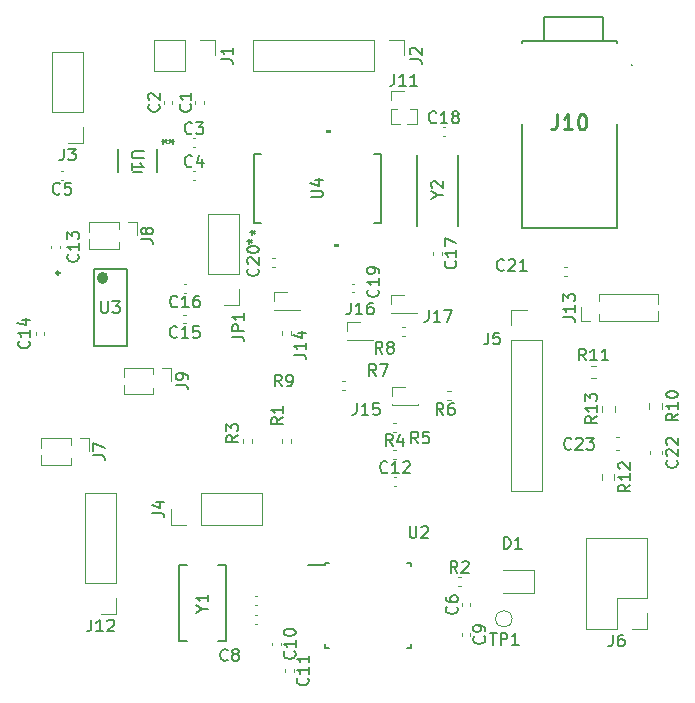
<source format=gbr>
%TF.GenerationSoftware,KiCad,Pcbnew,7.0.10-1-dev-1fdf7d0cf4*%
%TF.CreationDate,2023-12-26T02:00:40-08:00*%
%TF.ProjectId,i2s_to_toslink_pcb,6932735f-746f-45f7-946f-736c696e6b5f,rev?*%
%TF.SameCoordinates,Original*%
%TF.FileFunction,Legend,Top*%
%TF.FilePolarity,Positive*%
%FSLAX46Y46*%
G04 Gerber Fmt 4.6, Leading zero omitted, Abs format (unit mm)*
G04 Created by KiCad (PCBNEW 7.0.10-1-dev-1fdf7d0cf4) date 2023-12-26 02:00:40*
%MOMM*%
%LPD*%
G01*
G04 APERTURE LIST*
%ADD10C,0.150000*%
%ADD11C,0.254000*%
%ADD12C,0.152400*%
%ADD13C,0.120000*%
%ADD14C,0.100000*%
%ADD15C,0.200000*%
%ADD16C,0.250000*%
%ADD17C,0.500000*%
%ADD18C,0.127000*%
G04 APERTURE END LIST*
D10*
X39094628Y-73247190D02*
X39570819Y-73247190D01*
X38570819Y-73580523D02*
X39094628Y-73247190D01*
X39094628Y-73247190D02*
X38570819Y-72913857D01*
X39570819Y-72056714D02*
X39570819Y-72628142D01*
X39570819Y-72342428D02*
X38570819Y-72342428D01*
X38570819Y-72342428D02*
X38713676Y-72437666D01*
X38713676Y-72437666D02*
X38808914Y-72532904D01*
X38808914Y-72532904D02*
X38856533Y-72628142D01*
X58892142Y-32055580D02*
X58844523Y-32103200D01*
X58844523Y-32103200D02*
X58701666Y-32150819D01*
X58701666Y-32150819D02*
X58606428Y-32150819D01*
X58606428Y-32150819D02*
X58463571Y-32103200D01*
X58463571Y-32103200D02*
X58368333Y-32007961D01*
X58368333Y-32007961D02*
X58320714Y-31912723D01*
X58320714Y-31912723D02*
X58273095Y-31722247D01*
X58273095Y-31722247D02*
X58273095Y-31579390D01*
X58273095Y-31579390D02*
X58320714Y-31388914D01*
X58320714Y-31388914D02*
X58368333Y-31293676D01*
X58368333Y-31293676D02*
X58463571Y-31198438D01*
X58463571Y-31198438D02*
X58606428Y-31150819D01*
X58606428Y-31150819D02*
X58701666Y-31150819D01*
X58701666Y-31150819D02*
X58844523Y-31198438D01*
X58844523Y-31198438D02*
X58892142Y-31246057D01*
X59844523Y-32150819D02*
X59273095Y-32150819D01*
X59558809Y-32150819D02*
X59558809Y-31150819D01*
X59558809Y-31150819D02*
X59463571Y-31293676D01*
X59463571Y-31293676D02*
X59368333Y-31388914D01*
X59368333Y-31388914D02*
X59273095Y-31436533D01*
X60415952Y-31579390D02*
X60320714Y-31531771D01*
X60320714Y-31531771D02*
X60273095Y-31484152D01*
X60273095Y-31484152D02*
X60225476Y-31388914D01*
X60225476Y-31388914D02*
X60225476Y-31341295D01*
X60225476Y-31341295D02*
X60273095Y-31246057D01*
X60273095Y-31246057D02*
X60320714Y-31198438D01*
X60320714Y-31198438D02*
X60415952Y-31150819D01*
X60415952Y-31150819D02*
X60606428Y-31150819D01*
X60606428Y-31150819D02*
X60701666Y-31198438D01*
X60701666Y-31198438D02*
X60749285Y-31246057D01*
X60749285Y-31246057D02*
X60796904Y-31341295D01*
X60796904Y-31341295D02*
X60796904Y-31388914D01*
X60796904Y-31388914D02*
X60749285Y-31484152D01*
X60749285Y-31484152D02*
X60701666Y-31531771D01*
X60701666Y-31531771D02*
X60606428Y-31579390D01*
X60606428Y-31579390D02*
X60415952Y-31579390D01*
X60415952Y-31579390D02*
X60320714Y-31627009D01*
X60320714Y-31627009D02*
X60273095Y-31674628D01*
X60273095Y-31674628D02*
X60225476Y-31769866D01*
X60225476Y-31769866D02*
X60225476Y-31960342D01*
X60225476Y-31960342D02*
X60273095Y-32055580D01*
X60273095Y-32055580D02*
X60320714Y-32103200D01*
X60320714Y-32103200D02*
X60415952Y-32150819D01*
X60415952Y-32150819D02*
X60606428Y-32150819D01*
X60606428Y-32150819D02*
X60701666Y-32103200D01*
X60701666Y-32103200D02*
X60749285Y-32055580D01*
X60749285Y-32055580D02*
X60796904Y-31960342D01*
X60796904Y-31960342D02*
X60796904Y-31769866D01*
X60796904Y-31769866D02*
X60749285Y-31674628D01*
X60749285Y-31674628D02*
X60701666Y-31627009D01*
X60701666Y-31627009D02*
X60606428Y-31579390D01*
X79354819Y-56739257D02*
X78878628Y-57072590D01*
X79354819Y-57310685D02*
X78354819Y-57310685D01*
X78354819Y-57310685D02*
X78354819Y-56929733D01*
X78354819Y-56929733D02*
X78402438Y-56834495D01*
X78402438Y-56834495D02*
X78450057Y-56786876D01*
X78450057Y-56786876D02*
X78545295Y-56739257D01*
X78545295Y-56739257D02*
X78688152Y-56739257D01*
X78688152Y-56739257D02*
X78783390Y-56786876D01*
X78783390Y-56786876D02*
X78831009Y-56834495D01*
X78831009Y-56834495D02*
X78878628Y-56929733D01*
X78878628Y-56929733D02*
X78878628Y-57310685D01*
X79354819Y-55786876D02*
X79354819Y-56358304D01*
X79354819Y-56072590D02*
X78354819Y-56072590D01*
X78354819Y-56072590D02*
X78497676Y-56167828D01*
X78497676Y-56167828D02*
X78592914Y-56263066D01*
X78592914Y-56263066D02*
X78640533Y-56358304D01*
X78354819Y-55167828D02*
X78354819Y-55072590D01*
X78354819Y-55072590D02*
X78402438Y-54977352D01*
X78402438Y-54977352D02*
X78450057Y-54929733D01*
X78450057Y-54929733D02*
X78545295Y-54882114D01*
X78545295Y-54882114D02*
X78735771Y-54834495D01*
X78735771Y-54834495D02*
X78973866Y-54834495D01*
X78973866Y-54834495D02*
X79164342Y-54882114D01*
X79164342Y-54882114D02*
X79259580Y-54929733D01*
X79259580Y-54929733D02*
X79307200Y-54977352D01*
X79307200Y-54977352D02*
X79354819Y-55072590D01*
X79354819Y-55072590D02*
X79354819Y-55167828D01*
X79354819Y-55167828D02*
X79307200Y-55263066D01*
X79307200Y-55263066D02*
X79259580Y-55310685D01*
X79259580Y-55310685D02*
X79164342Y-55358304D01*
X79164342Y-55358304D02*
X78973866Y-55405923D01*
X78973866Y-55405923D02*
X78735771Y-55405923D01*
X78735771Y-55405923D02*
X78545295Y-55358304D01*
X78545295Y-55358304D02*
X78450057Y-55310685D01*
X78450057Y-55310685D02*
X78402438Y-55263066D01*
X78402438Y-55263066D02*
X78354819Y-55167828D01*
X46883980Y-76870857D02*
X46931600Y-76918476D01*
X46931600Y-76918476D02*
X46979219Y-77061333D01*
X46979219Y-77061333D02*
X46979219Y-77156571D01*
X46979219Y-77156571D02*
X46931600Y-77299428D01*
X46931600Y-77299428D02*
X46836361Y-77394666D01*
X46836361Y-77394666D02*
X46741123Y-77442285D01*
X46741123Y-77442285D02*
X46550647Y-77489904D01*
X46550647Y-77489904D02*
X46407790Y-77489904D01*
X46407790Y-77489904D02*
X46217314Y-77442285D01*
X46217314Y-77442285D02*
X46122076Y-77394666D01*
X46122076Y-77394666D02*
X46026838Y-77299428D01*
X46026838Y-77299428D02*
X45979219Y-77156571D01*
X45979219Y-77156571D02*
X45979219Y-77061333D01*
X45979219Y-77061333D02*
X46026838Y-76918476D01*
X46026838Y-76918476D02*
X46074457Y-76870857D01*
X46979219Y-75918476D02*
X46979219Y-76489904D01*
X46979219Y-76204190D02*
X45979219Y-76204190D01*
X45979219Y-76204190D02*
X46122076Y-76299428D01*
X46122076Y-76299428D02*
X46217314Y-76394666D01*
X46217314Y-76394666D02*
X46264933Y-76489904D01*
X45979219Y-75299428D02*
X45979219Y-75204190D01*
X45979219Y-75204190D02*
X46026838Y-75108952D01*
X46026838Y-75108952D02*
X46074457Y-75061333D01*
X46074457Y-75061333D02*
X46169695Y-75013714D01*
X46169695Y-75013714D02*
X46360171Y-74966095D01*
X46360171Y-74966095D02*
X46598266Y-74966095D01*
X46598266Y-74966095D02*
X46788742Y-75013714D01*
X46788742Y-75013714D02*
X46883980Y-75061333D01*
X46883980Y-75061333D02*
X46931600Y-75108952D01*
X46931600Y-75108952D02*
X46979219Y-75204190D01*
X46979219Y-75204190D02*
X46979219Y-75299428D01*
X46979219Y-75299428D02*
X46931600Y-75394666D01*
X46931600Y-75394666D02*
X46883980Y-75442285D01*
X46883980Y-75442285D02*
X46788742Y-75489904D01*
X46788742Y-75489904D02*
X46598266Y-75537523D01*
X46598266Y-75537523D02*
X46360171Y-75537523D01*
X46360171Y-75537523D02*
X46169695Y-75489904D01*
X46169695Y-75489904D02*
X46074457Y-75442285D01*
X46074457Y-75442285D02*
X46026838Y-75394666D01*
X46026838Y-75394666D02*
X45979219Y-75299428D01*
X36946542Y-50236780D02*
X36898923Y-50284400D01*
X36898923Y-50284400D02*
X36756066Y-50332019D01*
X36756066Y-50332019D02*
X36660828Y-50332019D01*
X36660828Y-50332019D02*
X36517971Y-50284400D01*
X36517971Y-50284400D02*
X36422733Y-50189161D01*
X36422733Y-50189161D02*
X36375114Y-50093923D01*
X36375114Y-50093923D02*
X36327495Y-49903447D01*
X36327495Y-49903447D02*
X36327495Y-49760590D01*
X36327495Y-49760590D02*
X36375114Y-49570114D01*
X36375114Y-49570114D02*
X36422733Y-49474876D01*
X36422733Y-49474876D02*
X36517971Y-49379638D01*
X36517971Y-49379638D02*
X36660828Y-49332019D01*
X36660828Y-49332019D02*
X36756066Y-49332019D01*
X36756066Y-49332019D02*
X36898923Y-49379638D01*
X36898923Y-49379638D02*
X36946542Y-49427257D01*
X37898923Y-50332019D02*
X37327495Y-50332019D01*
X37613209Y-50332019D02*
X37613209Y-49332019D01*
X37613209Y-49332019D02*
X37517971Y-49474876D01*
X37517971Y-49474876D02*
X37422733Y-49570114D01*
X37422733Y-49570114D02*
X37327495Y-49617733D01*
X38803685Y-49332019D02*
X38327495Y-49332019D01*
X38327495Y-49332019D02*
X38279876Y-49808209D01*
X38279876Y-49808209D02*
X38327495Y-49760590D01*
X38327495Y-49760590D02*
X38422733Y-49712971D01*
X38422733Y-49712971D02*
X38660828Y-49712971D01*
X38660828Y-49712971D02*
X38756066Y-49760590D01*
X38756066Y-49760590D02*
X38803685Y-49808209D01*
X38803685Y-49808209D02*
X38851304Y-49903447D01*
X38851304Y-49903447D02*
X38851304Y-50141542D01*
X38851304Y-50141542D02*
X38803685Y-50236780D01*
X38803685Y-50236780D02*
X38756066Y-50284400D01*
X38756066Y-50284400D02*
X38660828Y-50332019D01*
X38660828Y-50332019D02*
X38422733Y-50332019D01*
X38422733Y-50332019D02*
X38327495Y-50284400D01*
X38327495Y-50284400D02*
X38279876Y-50236780D01*
X27352666Y-34296819D02*
X27352666Y-35011104D01*
X27352666Y-35011104D02*
X27305047Y-35153961D01*
X27305047Y-35153961D02*
X27209809Y-35249200D01*
X27209809Y-35249200D02*
X27066952Y-35296819D01*
X27066952Y-35296819D02*
X26971714Y-35296819D01*
X27733619Y-34296819D02*
X28352666Y-34296819D01*
X28352666Y-34296819D02*
X28019333Y-34677771D01*
X28019333Y-34677771D02*
X28162190Y-34677771D01*
X28162190Y-34677771D02*
X28257428Y-34725390D01*
X28257428Y-34725390D02*
X28305047Y-34773009D01*
X28305047Y-34773009D02*
X28352666Y-34868247D01*
X28352666Y-34868247D02*
X28352666Y-35106342D01*
X28352666Y-35106342D02*
X28305047Y-35201580D01*
X28305047Y-35201580D02*
X28257428Y-35249200D01*
X28257428Y-35249200D02*
X28162190Y-35296819D01*
X28162190Y-35296819D02*
X27876476Y-35296819D01*
X27876476Y-35296819D02*
X27781238Y-35249200D01*
X27781238Y-35249200D02*
X27733619Y-35201580D01*
X55203333Y-59482819D02*
X54870000Y-59006628D01*
X54631905Y-59482819D02*
X54631905Y-58482819D01*
X54631905Y-58482819D02*
X55012857Y-58482819D01*
X55012857Y-58482819D02*
X55108095Y-58530438D01*
X55108095Y-58530438D02*
X55155714Y-58578057D01*
X55155714Y-58578057D02*
X55203333Y-58673295D01*
X55203333Y-58673295D02*
X55203333Y-58816152D01*
X55203333Y-58816152D02*
X55155714Y-58911390D01*
X55155714Y-58911390D02*
X55108095Y-58959009D01*
X55108095Y-58959009D02*
X55012857Y-59006628D01*
X55012857Y-59006628D02*
X54631905Y-59006628D01*
X56060476Y-58816152D02*
X56060476Y-59482819D01*
X55822381Y-58435200D02*
X55584286Y-59149485D01*
X55584286Y-59149485D02*
X56203333Y-59149485D01*
X59497933Y-56842819D02*
X59164600Y-56366628D01*
X58926505Y-56842819D02*
X58926505Y-55842819D01*
X58926505Y-55842819D02*
X59307457Y-55842819D01*
X59307457Y-55842819D02*
X59402695Y-55890438D01*
X59402695Y-55890438D02*
X59450314Y-55938057D01*
X59450314Y-55938057D02*
X59497933Y-56033295D01*
X59497933Y-56033295D02*
X59497933Y-56176152D01*
X59497933Y-56176152D02*
X59450314Y-56271390D01*
X59450314Y-56271390D02*
X59402695Y-56319009D01*
X59402695Y-56319009D02*
X59307457Y-56366628D01*
X59307457Y-56366628D02*
X58926505Y-56366628D01*
X60355076Y-55842819D02*
X60164600Y-55842819D01*
X60164600Y-55842819D02*
X60069362Y-55890438D01*
X60069362Y-55890438D02*
X60021743Y-55938057D01*
X60021743Y-55938057D02*
X59926505Y-56080914D01*
X59926505Y-56080914D02*
X59878886Y-56271390D01*
X59878886Y-56271390D02*
X59878886Y-56652342D01*
X59878886Y-56652342D02*
X59926505Y-56747580D01*
X59926505Y-56747580D02*
X59974124Y-56795200D01*
X59974124Y-56795200D02*
X60069362Y-56842819D01*
X60069362Y-56842819D02*
X60259838Y-56842819D01*
X60259838Y-56842819D02*
X60355076Y-56795200D01*
X60355076Y-56795200D02*
X60402695Y-56747580D01*
X60402695Y-56747580D02*
X60450314Y-56652342D01*
X60450314Y-56652342D02*
X60450314Y-56414247D01*
X60450314Y-56414247D02*
X60402695Y-56319009D01*
X60402695Y-56319009D02*
X60355076Y-56271390D01*
X60355076Y-56271390D02*
X60259838Y-56223771D01*
X60259838Y-56223771D02*
X60069362Y-56223771D01*
X60069362Y-56223771D02*
X59974124Y-56271390D01*
X59974124Y-56271390D02*
X59926505Y-56319009D01*
X59926505Y-56319009D02*
X59878886Y-56414247D01*
X58245476Y-47968819D02*
X58245476Y-48683104D01*
X58245476Y-48683104D02*
X58197857Y-48825961D01*
X58197857Y-48825961D02*
X58102619Y-48921200D01*
X58102619Y-48921200D02*
X57959762Y-48968819D01*
X57959762Y-48968819D02*
X57864524Y-48968819D01*
X59245476Y-48968819D02*
X58674048Y-48968819D01*
X58959762Y-48968819D02*
X58959762Y-47968819D01*
X58959762Y-47968819D02*
X58864524Y-48111676D01*
X58864524Y-48111676D02*
X58769286Y-48206914D01*
X58769286Y-48206914D02*
X58674048Y-48254533D01*
X59578810Y-47968819D02*
X60245476Y-47968819D01*
X60245476Y-47968819D02*
X59816905Y-48968819D01*
X54339733Y-51661219D02*
X54006400Y-51185028D01*
X53768305Y-51661219D02*
X53768305Y-50661219D01*
X53768305Y-50661219D02*
X54149257Y-50661219D01*
X54149257Y-50661219D02*
X54244495Y-50708838D01*
X54244495Y-50708838D02*
X54292114Y-50756457D01*
X54292114Y-50756457D02*
X54339733Y-50851695D01*
X54339733Y-50851695D02*
X54339733Y-50994552D01*
X54339733Y-50994552D02*
X54292114Y-51089790D01*
X54292114Y-51089790D02*
X54244495Y-51137409D01*
X54244495Y-51137409D02*
X54149257Y-51185028D01*
X54149257Y-51185028D02*
X53768305Y-51185028D01*
X54911162Y-51089790D02*
X54815924Y-51042171D01*
X54815924Y-51042171D02*
X54768305Y-50994552D01*
X54768305Y-50994552D02*
X54720686Y-50899314D01*
X54720686Y-50899314D02*
X54720686Y-50851695D01*
X54720686Y-50851695D02*
X54768305Y-50756457D01*
X54768305Y-50756457D02*
X54815924Y-50708838D01*
X54815924Y-50708838D02*
X54911162Y-50661219D01*
X54911162Y-50661219D02*
X55101638Y-50661219D01*
X55101638Y-50661219D02*
X55196876Y-50708838D01*
X55196876Y-50708838D02*
X55244495Y-50756457D01*
X55244495Y-50756457D02*
X55292114Y-50851695D01*
X55292114Y-50851695D02*
X55292114Y-50899314D01*
X55292114Y-50899314D02*
X55244495Y-50994552D01*
X55244495Y-50994552D02*
X55196876Y-51042171D01*
X55196876Y-51042171D02*
X55101638Y-51089790D01*
X55101638Y-51089790D02*
X54911162Y-51089790D01*
X54911162Y-51089790D02*
X54815924Y-51137409D01*
X54815924Y-51137409D02*
X54768305Y-51185028D01*
X54768305Y-51185028D02*
X54720686Y-51280266D01*
X54720686Y-51280266D02*
X54720686Y-51470742D01*
X54720686Y-51470742D02*
X54768305Y-51565980D01*
X54768305Y-51565980D02*
X54815924Y-51613600D01*
X54815924Y-51613600D02*
X54911162Y-51661219D01*
X54911162Y-51661219D02*
X55101638Y-51661219D01*
X55101638Y-51661219D02*
X55196876Y-51613600D01*
X55196876Y-51613600D02*
X55244495Y-51565980D01*
X55244495Y-51565980D02*
X55292114Y-51470742D01*
X55292114Y-51470742D02*
X55292114Y-51280266D01*
X55292114Y-51280266D02*
X55244495Y-51185028D01*
X55244495Y-51185028D02*
X55196876Y-51137409D01*
X55196876Y-51137409D02*
X55101638Y-51089790D01*
X41235333Y-77581780D02*
X41187714Y-77629400D01*
X41187714Y-77629400D02*
X41044857Y-77677019D01*
X41044857Y-77677019D02*
X40949619Y-77677019D01*
X40949619Y-77677019D02*
X40806762Y-77629400D01*
X40806762Y-77629400D02*
X40711524Y-77534161D01*
X40711524Y-77534161D02*
X40663905Y-77438923D01*
X40663905Y-77438923D02*
X40616286Y-77248447D01*
X40616286Y-77248447D02*
X40616286Y-77105590D01*
X40616286Y-77105590D02*
X40663905Y-76915114D01*
X40663905Y-76915114D02*
X40711524Y-76819876D01*
X40711524Y-76819876D02*
X40806762Y-76724638D01*
X40806762Y-76724638D02*
X40949619Y-76677019D01*
X40949619Y-76677019D02*
X41044857Y-76677019D01*
X41044857Y-76677019D02*
X41187714Y-76724638D01*
X41187714Y-76724638D02*
X41235333Y-76772257D01*
X41806762Y-77105590D02*
X41711524Y-77057971D01*
X41711524Y-77057971D02*
X41663905Y-77010352D01*
X41663905Y-77010352D02*
X41616286Y-76915114D01*
X41616286Y-76915114D02*
X41616286Y-76867495D01*
X41616286Y-76867495D02*
X41663905Y-76772257D01*
X41663905Y-76772257D02*
X41711524Y-76724638D01*
X41711524Y-76724638D02*
X41806762Y-76677019D01*
X41806762Y-76677019D02*
X41997238Y-76677019D01*
X41997238Y-76677019D02*
X42092476Y-76724638D01*
X42092476Y-76724638D02*
X42140095Y-76772257D01*
X42140095Y-76772257D02*
X42187714Y-76867495D01*
X42187714Y-76867495D02*
X42187714Y-76915114D01*
X42187714Y-76915114D02*
X42140095Y-77010352D01*
X42140095Y-77010352D02*
X42092476Y-77057971D01*
X42092476Y-77057971D02*
X41997238Y-77105590D01*
X41997238Y-77105590D02*
X41806762Y-77105590D01*
X41806762Y-77105590D02*
X41711524Y-77153209D01*
X41711524Y-77153209D02*
X41663905Y-77200828D01*
X41663905Y-77200828D02*
X41616286Y-77296066D01*
X41616286Y-77296066D02*
X41616286Y-77486542D01*
X41616286Y-77486542D02*
X41663905Y-77581780D01*
X41663905Y-77581780D02*
X41711524Y-77629400D01*
X41711524Y-77629400D02*
X41806762Y-77677019D01*
X41806762Y-77677019D02*
X41997238Y-77677019D01*
X41997238Y-77677019D02*
X42092476Y-77629400D01*
X42092476Y-77629400D02*
X42140095Y-77581780D01*
X42140095Y-77581780D02*
X42187714Y-77486542D01*
X42187714Y-77486542D02*
X42187714Y-77296066D01*
X42187714Y-77296066D02*
X42140095Y-77200828D01*
X42140095Y-77200828D02*
X42092476Y-77153209D01*
X42092476Y-77153209D02*
X41997238Y-77105590D01*
X63431895Y-75324619D02*
X64003323Y-75324619D01*
X63717609Y-76324619D02*
X63717609Y-75324619D01*
X64336657Y-76324619D02*
X64336657Y-75324619D01*
X64336657Y-75324619D02*
X64717609Y-75324619D01*
X64717609Y-75324619D02*
X64812847Y-75372238D01*
X64812847Y-75372238D02*
X64860466Y-75419857D01*
X64860466Y-75419857D02*
X64908085Y-75515095D01*
X64908085Y-75515095D02*
X64908085Y-75657952D01*
X64908085Y-75657952D02*
X64860466Y-75753190D01*
X64860466Y-75753190D02*
X64812847Y-75800809D01*
X64812847Y-75800809D02*
X64717609Y-75848428D01*
X64717609Y-75848428D02*
X64336657Y-75848428D01*
X65860466Y-76324619D02*
X65289038Y-76324619D01*
X65574752Y-76324619D02*
X65574752Y-75324619D01*
X65574752Y-75324619D02*
X65479514Y-75467476D01*
X65479514Y-75467476D02*
X65384276Y-75562714D01*
X65384276Y-75562714D02*
X65289038Y-75610333D01*
X28553580Y-43258857D02*
X28601200Y-43306476D01*
X28601200Y-43306476D02*
X28648819Y-43449333D01*
X28648819Y-43449333D02*
X28648819Y-43544571D01*
X28648819Y-43544571D02*
X28601200Y-43687428D01*
X28601200Y-43687428D02*
X28505961Y-43782666D01*
X28505961Y-43782666D02*
X28410723Y-43830285D01*
X28410723Y-43830285D02*
X28220247Y-43877904D01*
X28220247Y-43877904D02*
X28077390Y-43877904D01*
X28077390Y-43877904D02*
X27886914Y-43830285D01*
X27886914Y-43830285D02*
X27791676Y-43782666D01*
X27791676Y-43782666D02*
X27696438Y-43687428D01*
X27696438Y-43687428D02*
X27648819Y-43544571D01*
X27648819Y-43544571D02*
X27648819Y-43449333D01*
X27648819Y-43449333D02*
X27696438Y-43306476D01*
X27696438Y-43306476D02*
X27744057Y-43258857D01*
X28648819Y-42306476D02*
X28648819Y-42877904D01*
X28648819Y-42592190D02*
X27648819Y-42592190D01*
X27648819Y-42592190D02*
X27791676Y-42687428D01*
X27791676Y-42687428D02*
X27886914Y-42782666D01*
X27886914Y-42782666D02*
X27934533Y-42877904D01*
X27648819Y-41973142D02*
X27648819Y-41354095D01*
X27648819Y-41354095D02*
X28029771Y-41687428D01*
X28029771Y-41687428D02*
X28029771Y-41544571D01*
X28029771Y-41544571D02*
X28077390Y-41449333D01*
X28077390Y-41449333D02*
X28125009Y-41401714D01*
X28125009Y-41401714D02*
X28220247Y-41354095D01*
X28220247Y-41354095D02*
X28458342Y-41354095D01*
X28458342Y-41354095D02*
X28553580Y-41401714D01*
X28553580Y-41401714D02*
X28601200Y-41449333D01*
X28601200Y-41449333D02*
X28648819Y-41544571D01*
X28648819Y-41544571D02*
X28648819Y-41830285D01*
X28648819Y-41830285D02*
X28601200Y-41925523D01*
X28601200Y-41925523D02*
X28553580Y-41973142D01*
X56642095Y-66256819D02*
X56642095Y-67066342D01*
X56642095Y-67066342D02*
X56689714Y-67161580D01*
X56689714Y-67161580D02*
X56737333Y-67209200D01*
X56737333Y-67209200D02*
X56832571Y-67256819D01*
X56832571Y-67256819D02*
X57023047Y-67256819D01*
X57023047Y-67256819D02*
X57118285Y-67209200D01*
X57118285Y-67209200D02*
X57165904Y-67161580D01*
X57165904Y-67161580D02*
X57213523Y-67066342D01*
X57213523Y-67066342D02*
X57213523Y-66256819D01*
X57642095Y-66352057D02*
X57689714Y-66304438D01*
X57689714Y-66304438D02*
X57784952Y-66256819D01*
X57784952Y-66256819D02*
X58023047Y-66256819D01*
X58023047Y-66256819D02*
X58118285Y-66304438D01*
X58118285Y-66304438D02*
X58165904Y-66352057D01*
X58165904Y-66352057D02*
X58213523Y-66447295D01*
X58213523Y-66447295D02*
X58213523Y-66542533D01*
X58213523Y-66542533D02*
X58165904Y-66685390D01*
X58165904Y-66685390D02*
X57594476Y-67256819D01*
X57594476Y-67256819D02*
X58213523Y-67256819D01*
X56648819Y-26749333D02*
X57363104Y-26749333D01*
X57363104Y-26749333D02*
X57505961Y-26796952D01*
X57505961Y-26796952D02*
X57601200Y-26892190D01*
X57601200Y-26892190D02*
X57648819Y-27035047D01*
X57648819Y-27035047D02*
X57648819Y-27130285D01*
X56744057Y-26320761D02*
X56696438Y-26273142D01*
X56696438Y-26273142D02*
X56648819Y-26177904D01*
X56648819Y-26177904D02*
X56648819Y-25939809D01*
X56648819Y-25939809D02*
X56696438Y-25844571D01*
X56696438Y-25844571D02*
X56744057Y-25796952D01*
X56744057Y-25796952D02*
X56839295Y-25749333D01*
X56839295Y-25749333D02*
X56934533Y-25749333D01*
X56934533Y-25749333D02*
X57077390Y-25796952D01*
X57077390Y-25796952D02*
X57648819Y-26368380D01*
X57648819Y-26368380D02*
X57648819Y-25749333D01*
X52149476Y-55842819D02*
X52149476Y-56557104D01*
X52149476Y-56557104D02*
X52101857Y-56699961D01*
X52101857Y-56699961D02*
X52006619Y-56795200D01*
X52006619Y-56795200D02*
X51863762Y-56842819D01*
X51863762Y-56842819D02*
X51768524Y-56842819D01*
X53149476Y-56842819D02*
X52578048Y-56842819D01*
X52863762Y-56842819D02*
X52863762Y-55842819D01*
X52863762Y-55842819D02*
X52768524Y-55985676D01*
X52768524Y-55985676D02*
X52673286Y-56080914D01*
X52673286Y-56080914D02*
X52578048Y-56128533D01*
X54054238Y-55842819D02*
X53578048Y-55842819D01*
X53578048Y-55842819D02*
X53530429Y-56319009D01*
X53530429Y-56319009D02*
X53578048Y-56271390D01*
X53578048Y-56271390D02*
X53673286Y-56223771D01*
X53673286Y-56223771D02*
X53911381Y-56223771D01*
X53911381Y-56223771D02*
X54006619Y-56271390D01*
X54006619Y-56271390D02*
X54054238Y-56319009D01*
X54054238Y-56319009D02*
X54101857Y-56414247D01*
X54101857Y-56414247D02*
X54101857Y-56652342D01*
X54101857Y-56652342D02*
X54054238Y-56747580D01*
X54054238Y-56747580D02*
X54006619Y-56795200D01*
X54006619Y-56795200D02*
X53911381Y-56842819D01*
X53911381Y-56842819D02*
X53673286Y-56842819D01*
X53673286Y-56842819D02*
X53578048Y-56795200D01*
X53578048Y-56795200D02*
X53530429Y-56747580D01*
X24387980Y-50607257D02*
X24435600Y-50654876D01*
X24435600Y-50654876D02*
X24483219Y-50797733D01*
X24483219Y-50797733D02*
X24483219Y-50892971D01*
X24483219Y-50892971D02*
X24435600Y-51035828D01*
X24435600Y-51035828D02*
X24340361Y-51131066D01*
X24340361Y-51131066D02*
X24245123Y-51178685D01*
X24245123Y-51178685D02*
X24054647Y-51226304D01*
X24054647Y-51226304D02*
X23911790Y-51226304D01*
X23911790Y-51226304D02*
X23721314Y-51178685D01*
X23721314Y-51178685D02*
X23626076Y-51131066D01*
X23626076Y-51131066D02*
X23530838Y-51035828D01*
X23530838Y-51035828D02*
X23483219Y-50892971D01*
X23483219Y-50892971D02*
X23483219Y-50797733D01*
X23483219Y-50797733D02*
X23530838Y-50654876D01*
X23530838Y-50654876D02*
X23578457Y-50607257D01*
X24483219Y-49654876D02*
X24483219Y-50226304D01*
X24483219Y-49940590D02*
X23483219Y-49940590D01*
X23483219Y-49940590D02*
X23626076Y-50035828D01*
X23626076Y-50035828D02*
X23721314Y-50131066D01*
X23721314Y-50131066D02*
X23768933Y-50226304D01*
X23816552Y-48797733D02*
X24483219Y-48797733D01*
X23435600Y-49035828D02*
X24149885Y-49273923D01*
X24149885Y-49273923D02*
X24149885Y-48654876D01*
X75316219Y-62759057D02*
X74840028Y-63092390D01*
X75316219Y-63330485D02*
X74316219Y-63330485D01*
X74316219Y-63330485D02*
X74316219Y-62949533D01*
X74316219Y-62949533D02*
X74363838Y-62854295D01*
X74363838Y-62854295D02*
X74411457Y-62806676D01*
X74411457Y-62806676D02*
X74506695Y-62759057D01*
X74506695Y-62759057D02*
X74649552Y-62759057D01*
X74649552Y-62759057D02*
X74744790Y-62806676D01*
X74744790Y-62806676D02*
X74792409Y-62854295D01*
X74792409Y-62854295D02*
X74840028Y-62949533D01*
X74840028Y-62949533D02*
X74840028Y-63330485D01*
X75316219Y-61806676D02*
X75316219Y-62378104D01*
X75316219Y-62092390D02*
X74316219Y-62092390D01*
X74316219Y-62092390D02*
X74459076Y-62187628D01*
X74459076Y-62187628D02*
X74554314Y-62282866D01*
X74554314Y-62282866D02*
X74601933Y-62378104D01*
X74411457Y-61425723D02*
X74363838Y-61378104D01*
X74363838Y-61378104D02*
X74316219Y-61282866D01*
X74316219Y-61282866D02*
X74316219Y-61044771D01*
X74316219Y-61044771D02*
X74363838Y-60949533D01*
X74363838Y-60949533D02*
X74411457Y-60901914D01*
X74411457Y-60901914D02*
X74506695Y-60854295D01*
X74506695Y-60854295D02*
X74601933Y-60854295D01*
X74601933Y-60854295D02*
X74744790Y-60901914D01*
X74744790Y-60901914D02*
X75316219Y-61473342D01*
X75316219Y-61473342D02*
X75316219Y-60854295D01*
X29670476Y-74174819D02*
X29670476Y-74889104D01*
X29670476Y-74889104D02*
X29622857Y-75031961D01*
X29622857Y-75031961D02*
X29527619Y-75127200D01*
X29527619Y-75127200D02*
X29384762Y-75174819D01*
X29384762Y-75174819D02*
X29289524Y-75174819D01*
X30670476Y-75174819D02*
X30099048Y-75174819D01*
X30384762Y-75174819D02*
X30384762Y-74174819D01*
X30384762Y-74174819D02*
X30289524Y-74317676D01*
X30289524Y-74317676D02*
X30194286Y-74412914D01*
X30194286Y-74412914D02*
X30099048Y-74460533D01*
X31051429Y-74270057D02*
X31099048Y-74222438D01*
X31099048Y-74222438D02*
X31194286Y-74174819D01*
X31194286Y-74174819D02*
X31432381Y-74174819D01*
X31432381Y-74174819D02*
X31527619Y-74222438D01*
X31527619Y-74222438D02*
X31575238Y-74270057D01*
X31575238Y-74270057D02*
X31622857Y-74365295D01*
X31622857Y-74365295D02*
X31622857Y-74460533D01*
X31622857Y-74460533D02*
X31575238Y-74603390D01*
X31575238Y-74603390D02*
X31003810Y-75174819D01*
X31003810Y-75174819D02*
X31622857Y-75174819D01*
X38215333Y-35775580D02*
X38167714Y-35823200D01*
X38167714Y-35823200D02*
X38024857Y-35870819D01*
X38024857Y-35870819D02*
X37929619Y-35870819D01*
X37929619Y-35870819D02*
X37786762Y-35823200D01*
X37786762Y-35823200D02*
X37691524Y-35727961D01*
X37691524Y-35727961D02*
X37643905Y-35632723D01*
X37643905Y-35632723D02*
X37596286Y-35442247D01*
X37596286Y-35442247D02*
X37596286Y-35299390D01*
X37596286Y-35299390D02*
X37643905Y-35108914D01*
X37643905Y-35108914D02*
X37691524Y-35013676D01*
X37691524Y-35013676D02*
X37786762Y-34918438D01*
X37786762Y-34918438D02*
X37929619Y-34870819D01*
X37929619Y-34870819D02*
X38024857Y-34870819D01*
X38024857Y-34870819D02*
X38167714Y-34918438D01*
X38167714Y-34918438D02*
X38215333Y-34966057D01*
X39072476Y-35204152D02*
X39072476Y-35870819D01*
X38834381Y-34823200D02*
X38596286Y-35537485D01*
X38596286Y-35537485D02*
X39215333Y-35537485D01*
X72507019Y-56967857D02*
X72030828Y-57301190D01*
X72507019Y-57539285D02*
X71507019Y-57539285D01*
X71507019Y-57539285D02*
X71507019Y-57158333D01*
X71507019Y-57158333D02*
X71554638Y-57063095D01*
X71554638Y-57063095D02*
X71602257Y-57015476D01*
X71602257Y-57015476D02*
X71697495Y-56967857D01*
X71697495Y-56967857D02*
X71840352Y-56967857D01*
X71840352Y-56967857D02*
X71935590Y-57015476D01*
X71935590Y-57015476D02*
X71983209Y-57063095D01*
X71983209Y-57063095D02*
X72030828Y-57158333D01*
X72030828Y-57158333D02*
X72030828Y-57539285D01*
X72507019Y-56015476D02*
X72507019Y-56586904D01*
X72507019Y-56301190D02*
X71507019Y-56301190D01*
X71507019Y-56301190D02*
X71649876Y-56396428D01*
X71649876Y-56396428D02*
X71745114Y-56491666D01*
X71745114Y-56491666D02*
X71792733Y-56586904D01*
X71507019Y-55682142D02*
X71507019Y-55063095D01*
X71507019Y-55063095D02*
X71887971Y-55396428D01*
X71887971Y-55396428D02*
X71887971Y-55253571D01*
X71887971Y-55253571D02*
X71935590Y-55158333D01*
X71935590Y-55158333D02*
X71983209Y-55110714D01*
X71983209Y-55110714D02*
X72078447Y-55063095D01*
X72078447Y-55063095D02*
X72316542Y-55063095D01*
X72316542Y-55063095D02*
X72411780Y-55110714D01*
X72411780Y-55110714D02*
X72459400Y-55158333D01*
X72459400Y-55158333D02*
X72507019Y-55253571D01*
X72507019Y-55253571D02*
X72507019Y-55539285D01*
X72507019Y-55539285D02*
X72459400Y-55634523D01*
X72459400Y-55634523D02*
X72411780Y-55682142D01*
X36836819Y-54308333D02*
X37551104Y-54308333D01*
X37551104Y-54308333D02*
X37693961Y-54355952D01*
X37693961Y-54355952D02*
X37789200Y-54451190D01*
X37789200Y-54451190D02*
X37836819Y-54594047D01*
X37836819Y-54594047D02*
X37836819Y-54689285D01*
X37836819Y-53784523D02*
X37836819Y-53594047D01*
X37836819Y-53594047D02*
X37789200Y-53498809D01*
X37789200Y-53498809D02*
X37741580Y-53451190D01*
X37741580Y-53451190D02*
X37598723Y-53355952D01*
X37598723Y-53355952D02*
X37408247Y-53308333D01*
X37408247Y-53308333D02*
X37027295Y-53308333D01*
X37027295Y-53308333D02*
X36932057Y-53355952D01*
X36932057Y-53355952D02*
X36884438Y-53403571D01*
X36884438Y-53403571D02*
X36836819Y-53498809D01*
X36836819Y-53498809D02*
X36836819Y-53689285D01*
X36836819Y-53689285D02*
X36884438Y-53784523D01*
X36884438Y-53784523D02*
X36932057Y-53832142D01*
X36932057Y-53832142D02*
X37027295Y-53879761D01*
X37027295Y-53879761D02*
X37265390Y-53879761D01*
X37265390Y-53879761D02*
X37360628Y-53832142D01*
X37360628Y-53832142D02*
X37408247Y-53784523D01*
X37408247Y-53784523D02*
X37455866Y-53689285D01*
X37455866Y-53689285D02*
X37455866Y-53498809D01*
X37455866Y-53498809D02*
X37408247Y-53403571D01*
X37408247Y-53403571D02*
X37360628Y-53355952D01*
X37360628Y-53355952D02*
X37265390Y-53308333D01*
X57360333Y-59255819D02*
X57027000Y-58779628D01*
X56788905Y-59255819D02*
X56788905Y-58255819D01*
X56788905Y-58255819D02*
X57169857Y-58255819D01*
X57169857Y-58255819D02*
X57265095Y-58303438D01*
X57265095Y-58303438D02*
X57312714Y-58351057D01*
X57312714Y-58351057D02*
X57360333Y-58446295D01*
X57360333Y-58446295D02*
X57360333Y-58589152D01*
X57360333Y-58589152D02*
X57312714Y-58684390D01*
X57312714Y-58684390D02*
X57265095Y-58732009D01*
X57265095Y-58732009D02*
X57169857Y-58779628D01*
X57169857Y-58779628D02*
X56788905Y-58779628D01*
X58265095Y-58255819D02*
X57788905Y-58255819D01*
X57788905Y-58255819D02*
X57741286Y-58732009D01*
X57741286Y-58732009D02*
X57788905Y-58684390D01*
X57788905Y-58684390D02*
X57884143Y-58636771D01*
X57884143Y-58636771D02*
X58122238Y-58636771D01*
X58122238Y-58636771D02*
X58217476Y-58684390D01*
X58217476Y-58684390D02*
X58265095Y-58732009D01*
X58265095Y-58732009D02*
X58312714Y-58827247D01*
X58312714Y-58827247D02*
X58312714Y-59065342D01*
X58312714Y-59065342D02*
X58265095Y-59160580D01*
X58265095Y-59160580D02*
X58217476Y-59208200D01*
X58217476Y-59208200D02*
X58122238Y-59255819D01*
X58122238Y-59255819D02*
X57884143Y-59255819D01*
X57884143Y-59255819D02*
X57788905Y-59208200D01*
X57788905Y-59208200D02*
X57741286Y-59160580D01*
X70324742Y-59693980D02*
X70277123Y-59741600D01*
X70277123Y-59741600D02*
X70134266Y-59789219D01*
X70134266Y-59789219D02*
X70039028Y-59789219D01*
X70039028Y-59789219D02*
X69896171Y-59741600D01*
X69896171Y-59741600D02*
X69800933Y-59646361D01*
X69800933Y-59646361D02*
X69753314Y-59551123D01*
X69753314Y-59551123D02*
X69705695Y-59360647D01*
X69705695Y-59360647D02*
X69705695Y-59217790D01*
X69705695Y-59217790D02*
X69753314Y-59027314D01*
X69753314Y-59027314D02*
X69800933Y-58932076D01*
X69800933Y-58932076D02*
X69896171Y-58836838D01*
X69896171Y-58836838D02*
X70039028Y-58789219D01*
X70039028Y-58789219D02*
X70134266Y-58789219D01*
X70134266Y-58789219D02*
X70277123Y-58836838D01*
X70277123Y-58836838D02*
X70324742Y-58884457D01*
X70705695Y-58884457D02*
X70753314Y-58836838D01*
X70753314Y-58836838D02*
X70848552Y-58789219D01*
X70848552Y-58789219D02*
X71086647Y-58789219D01*
X71086647Y-58789219D02*
X71181885Y-58836838D01*
X71181885Y-58836838D02*
X71229504Y-58884457D01*
X71229504Y-58884457D02*
X71277123Y-58979695D01*
X71277123Y-58979695D02*
X71277123Y-59074933D01*
X71277123Y-59074933D02*
X71229504Y-59217790D01*
X71229504Y-59217790D02*
X70658076Y-59789219D01*
X70658076Y-59789219D02*
X71277123Y-59789219D01*
X71610457Y-58789219D02*
X72229504Y-58789219D01*
X72229504Y-58789219D02*
X71896171Y-59170171D01*
X71896171Y-59170171D02*
X72039028Y-59170171D01*
X72039028Y-59170171D02*
X72134266Y-59217790D01*
X72134266Y-59217790D02*
X72181885Y-59265409D01*
X72181885Y-59265409D02*
X72229504Y-59360647D01*
X72229504Y-59360647D02*
X72229504Y-59598742D01*
X72229504Y-59598742D02*
X72181885Y-59693980D01*
X72181885Y-59693980D02*
X72134266Y-59741600D01*
X72134266Y-59741600D02*
X72039028Y-59789219D01*
X72039028Y-59789219D02*
X71753314Y-59789219D01*
X71753314Y-59789219D02*
X71658076Y-59741600D01*
X71658076Y-59741600D02*
X71610457Y-59693980D01*
X45920819Y-57062666D02*
X45444628Y-57395999D01*
X45920819Y-57634094D02*
X44920819Y-57634094D01*
X44920819Y-57634094D02*
X44920819Y-57253142D01*
X44920819Y-57253142D02*
X44968438Y-57157904D01*
X44968438Y-57157904D02*
X45016057Y-57110285D01*
X45016057Y-57110285D02*
X45111295Y-57062666D01*
X45111295Y-57062666D02*
X45254152Y-57062666D01*
X45254152Y-57062666D02*
X45349390Y-57110285D01*
X45349390Y-57110285D02*
X45397009Y-57157904D01*
X45397009Y-57157904D02*
X45444628Y-57253142D01*
X45444628Y-57253142D02*
X45444628Y-57634094D01*
X45920819Y-56110285D02*
X45920819Y-56681713D01*
X45920819Y-56395999D02*
X44920819Y-56395999D01*
X44920819Y-56395999D02*
X45063676Y-56491237D01*
X45063676Y-56491237D02*
X45158914Y-56586475D01*
X45158914Y-56586475D02*
X45206533Y-56681713D01*
X71556142Y-52237819D02*
X71222809Y-51761628D01*
X70984714Y-52237819D02*
X70984714Y-51237819D01*
X70984714Y-51237819D02*
X71365666Y-51237819D01*
X71365666Y-51237819D02*
X71460904Y-51285438D01*
X71460904Y-51285438D02*
X71508523Y-51333057D01*
X71508523Y-51333057D02*
X71556142Y-51428295D01*
X71556142Y-51428295D02*
X71556142Y-51571152D01*
X71556142Y-51571152D02*
X71508523Y-51666390D01*
X71508523Y-51666390D02*
X71460904Y-51714009D01*
X71460904Y-51714009D02*
X71365666Y-51761628D01*
X71365666Y-51761628D02*
X70984714Y-51761628D01*
X72508523Y-52237819D02*
X71937095Y-52237819D01*
X72222809Y-52237819D02*
X72222809Y-51237819D01*
X72222809Y-51237819D02*
X72127571Y-51380676D01*
X72127571Y-51380676D02*
X72032333Y-51475914D01*
X72032333Y-51475914D02*
X71937095Y-51523533D01*
X73460904Y-52237819D02*
X72889476Y-52237819D01*
X73175190Y-52237819D02*
X73175190Y-51237819D01*
X73175190Y-51237819D02*
X73079952Y-51380676D01*
X73079952Y-51380676D02*
X72984714Y-51475914D01*
X72984714Y-51475914D02*
X72889476Y-51523533D01*
X29851819Y-60277333D02*
X30566104Y-60277333D01*
X30566104Y-60277333D02*
X30708961Y-60324952D01*
X30708961Y-60324952D02*
X30804200Y-60420190D01*
X30804200Y-60420190D02*
X30851819Y-60563047D01*
X30851819Y-60563047D02*
X30851819Y-60658285D01*
X29851819Y-59896380D02*
X29851819Y-59229714D01*
X29851819Y-59229714D02*
X30851819Y-59658285D01*
X46825819Y-51736523D02*
X47540104Y-51736523D01*
X47540104Y-51736523D02*
X47682961Y-51784142D01*
X47682961Y-51784142D02*
X47778200Y-51879380D01*
X47778200Y-51879380D02*
X47825819Y-52022237D01*
X47825819Y-52022237D02*
X47825819Y-52117475D01*
X47825819Y-50736523D02*
X47825819Y-51307951D01*
X47825819Y-51022237D02*
X46825819Y-51022237D01*
X46825819Y-51022237D02*
X46968676Y-51117475D01*
X46968676Y-51117475D02*
X47063914Y-51212713D01*
X47063914Y-51212713D02*
X47111533Y-51307951D01*
X47159152Y-49879380D02*
X47825819Y-49879380D01*
X46778200Y-50117475D02*
X47492485Y-50355570D01*
X47492485Y-50355570D02*
X47492485Y-49736523D01*
X48001580Y-79128857D02*
X48049200Y-79176476D01*
X48049200Y-79176476D02*
X48096819Y-79319333D01*
X48096819Y-79319333D02*
X48096819Y-79414571D01*
X48096819Y-79414571D02*
X48049200Y-79557428D01*
X48049200Y-79557428D02*
X47953961Y-79652666D01*
X47953961Y-79652666D02*
X47858723Y-79700285D01*
X47858723Y-79700285D02*
X47668247Y-79747904D01*
X47668247Y-79747904D02*
X47525390Y-79747904D01*
X47525390Y-79747904D02*
X47334914Y-79700285D01*
X47334914Y-79700285D02*
X47239676Y-79652666D01*
X47239676Y-79652666D02*
X47144438Y-79557428D01*
X47144438Y-79557428D02*
X47096819Y-79414571D01*
X47096819Y-79414571D02*
X47096819Y-79319333D01*
X47096819Y-79319333D02*
X47144438Y-79176476D01*
X47144438Y-79176476D02*
X47192057Y-79128857D01*
X48096819Y-78176476D02*
X48096819Y-78747904D01*
X48096819Y-78462190D02*
X47096819Y-78462190D01*
X47096819Y-78462190D02*
X47239676Y-78557428D01*
X47239676Y-78557428D02*
X47334914Y-78652666D01*
X47334914Y-78652666D02*
X47382533Y-78747904D01*
X48096819Y-77224095D02*
X48096819Y-77795523D01*
X48096819Y-77509809D02*
X47096819Y-77509809D01*
X47096819Y-77509809D02*
X47239676Y-77605047D01*
X47239676Y-77605047D02*
X47334914Y-77700285D01*
X47334914Y-77700285D02*
X47382533Y-77795523D01*
X27039333Y-38095580D02*
X26991714Y-38143200D01*
X26991714Y-38143200D02*
X26848857Y-38190819D01*
X26848857Y-38190819D02*
X26753619Y-38190819D01*
X26753619Y-38190819D02*
X26610762Y-38143200D01*
X26610762Y-38143200D02*
X26515524Y-38047961D01*
X26515524Y-38047961D02*
X26467905Y-37952723D01*
X26467905Y-37952723D02*
X26420286Y-37762247D01*
X26420286Y-37762247D02*
X26420286Y-37619390D01*
X26420286Y-37619390D02*
X26467905Y-37428914D01*
X26467905Y-37428914D02*
X26515524Y-37333676D01*
X26515524Y-37333676D02*
X26610762Y-37238438D01*
X26610762Y-37238438D02*
X26753619Y-37190819D01*
X26753619Y-37190819D02*
X26848857Y-37190819D01*
X26848857Y-37190819D02*
X26991714Y-37238438D01*
X26991714Y-37238438D02*
X27039333Y-37286057D01*
X27944095Y-37190819D02*
X27467905Y-37190819D01*
X27467905Y-37190819D02*
X27420286Y-37667009D01*
X27420286Y-37667009D02*
X27467905Y-37619390D01*
X27467905Y-37619390D02*
X27563143Y-37571771D01*
X27563143Y-37571771D02*
X27801238Y-37571771D01*
X27801238Y-37571771D02*
X27896476Y-37619390D01*
X27896476Y-37619390D02*
X27944095Y-37667009D01*
X27944095Y-37667009D02*
X27991714Y-37762247D01*
X27991714Y-37762247D02*
X27991714Y-38000342D01*
X27991714Y-38000342D02*
X27944095Y-38095580D01*
X27944095Y-38095580D02*
X27896476Y-38143200D01*
X27896476Y-38143200D02*
X27801238Y-38190819D01*
X27801238Y-38190819D02*
X27563143Y-38190819D01*
X27563143Y-38190819D02*
X27467905Y-38143200D01*
X27467905Y-38143200D02*
X27420286Y-38095580D01*
X63293666Y-49873819D02*
X63293666Y-50588104D01*
X63293666Y-50588104D02*
X63246047Y-50730961D01*
X63246047Y-50730961D02*
X63150809Y-50826200D01*
X63150809Y-50826200D02*
X63007952Y-50873819D01*
X63007952Y-50873819D02*
X62912714Y-50873819D01*
X64246047Y-49873819D02*
X63769857Y-49873819D01*
X63769857Y-49873819D02*
X63722238Y-50350009D01*
X63722238Y-50350009D02*
X63769857Y-50302390D01*
X63769857Y-50302390D02*
X63865095Y-50254771D01*
X63865095Y-50254771D02*
X64103190Y-50254771D01*
X64103190Y-50254771D02*
X64198428Y-50302390D01*
X64198428Y-50302390D02*
X64246047Y-50350009D01*
X64246047Y-50350009D02*
X64293666Y-50445247D01*
X64293666Y-50445247D02*
X64293666Y-50683342D01*
X64293666Y-50683342D02*
X64246047Y-50778580D01*
X64246047Y-50778580D02*
X64198428Y-50826200D01*
X64198428Y-50826200D02*
X64103190Y-50873819D01*
X64103190Y-50873819D02*
X63865095Y-50873819D01*
X63865095Y-50873819D02*
X63769857Y-50826200D01*
X63769857Y-50826200D02*
X63722238Y-50778580D01*
X45807333Y-54429819D02*
X45474000Y-53953628D01*
X45235905Y-54429819D02*
X45235905Y-53429819D01*
X45235905Y-53429819D02*
X45616857Y-53429819D01*
X45616857Y-53429819D02*
X45712095Y-53477438D01*
X45712095Y-53477438D02*
X45759714Y-53525057D01*
X45759714Y-53525057D02*
X45807333Y-53620295D01*
X45807333Y-53620295D02*
X45807333Y-53763152D01*
X45807333Y-53763152D02*
X45759714Y-53858390D01*
X45759714Y-53858390D02*
X45712095Y-53906009D01*
X45712095Y-53906009D02*
X45616857Y-53953628D01*
X45616857Y-53953628D02*
X45235905Y-53953628D01*
X46283524Y-54429819D02*
X46474000Y-54429819D01*
X46474000Y-54429819D02*
X46569238Y-54382200D01*
X46569238Y-54382200D02*
X46616857Y-54334580D01*
X46616857Y-54334580D02*
X46712095Y-54191723D01*
X46712095Y-54191723D02*
X46759714Y-54001247D01*
X46759714Y-54001247D02*
X46759714Y-53620295D01*
X46759714Y-53620295D02*
X46712095Y-53525057D01*
X46712095Y-53525057D02*
X46664476Y-53477438D01*
X46664476Y-53477438D02*
X46569238Y-53429819D01*
X46569238Y-53429819D02*
X46378762Y-53429819D01*
X46378762Y-53429819D02*
X46283524Y-53477438D01*
X46283524Y-53477438D02*
X46235905Y-53525057D01*
X46235905Y-53525057D02*
X46188286Y-53620295D01*
X46188286Y-53620295D02*
X46188286Y-53858390D01*
X46188286Y-53858390D02*
X46235905Y-53953628D01*
X46235905Y-53953628D02*
X46283524Y-54001247D01*
X46283524Y-54001247D02*
X46378762Y-54048866D01*
X46378762Y-54048866D02*
X46569238Y-54048866D01*
X46569238Y-54048866D02*
X46664476Y-54001247D01*
X46664476Y-54001247D02*
X46712095Y-53953628D01*
X46712095Y-53953628D02*
X46759714Y-53858390D01*
X36974542Y-47645980D02*
X36926923Y-47693600D01*
X36926923Y-47693600D02*
X36784066Y-47741219D01*
X36784066Y-47741219D02*
X36688828Y-47741219D01*
X36688828Y-47741219D02*
X36545971Y-47693600D01*
X36545971Y-47693600D02*
X36450733Y-47598361D01*
X36450733Y-47598361D02*
X36403114Y-47503123D01*
X36403114Y-47503123D02*
X36355495Y-47312647D01*
X36355495Y-47312647D02*
X36355495Y-47169790D01*
X36355495Y-47169790D02*
X36403114Y-46979314D01*
X36403114Y-46979314D02*
X36450733Y-46884076D01*
X36450733Y-46884076D02*
X36545971Y-46788838D01*
X36545971Y-46788838D02*
X36688828Y-46741219D01*
X36688828Y-46741219D02*
X36784066Y-46741219D01*
X36784066Y-46741219D02*
X36926923Y-46788838D01*
X36926923Y-46788838D02*
X36974542Y-46836457D01*
X37926923Y-47741219D02*
X37355495Y-47741219D01*
X37641209Y-47741219D02*
X37641209Y-46741219D01*
X37641209Y-46741219D02*
X37545971Y-46884076D01*
X37545971Y-46884076D02*
X37450733Y-46979314D01*
X37450733Y-46979314D02*
X37355495Y-47026933D01*
X38784066Y-46741219D02*
X38593590Y-46741219D01*
X38593590Y-46741219D02*
X38498352Y-46788838D01*
X38498352Y-46788838D02*
X38450733Y-46836457D01*
X38450733Y-46836457D02*
X38355495Y-46979314D01*
X38355495Y-46979314D02*
X38307876Y-47169790D01*
X38307876Y-47169790D02*
X38307876Y-47550742D01*
X38307876Y-47550742D02*
X38355495Y-47645980D01*
X38355495Y-47645980D02*
X38403114Y-47693600D01*
X38403114Y-47693600D02*
X38498352Y-47741219D01*
X38498352Y-47741219D02*
X38688828Y-47741219D01*
X38688828Y-47741219D02*
X38784066Y-47693600D01*
X38784066Y-47693600D02*
X38831685Y-47645980D01*
X38831685Y-47645980D02*
X38879304Y-47550742D01*
X38879304Y-47550742D02*
X38879304Y-47312647D01*
X38879304Y-47312647D02*
X38831685Y-47217409D01*
X38831685Y-47217409D02*
X38784066Y-47169790D01*
X38784066Y-47169790D02*
X38688828Y-47122171D01*
X38688828Y-47122171D02*
X38498352Y-47122171D01*
X38498352Y-47122171D02*
X38403114Y-47169790D01*
X38403114Y-47169790D02*
X38355495Y-47217409D01*
X38355495Y-47217409D02*
X38307876Y-47312647D01*
D11*
X69125305Y-31402918D02*
X69125305Y-32310061D01*
X69125305Y-32310061D02*
X69064828Y-32491489D01*
X69064828Y-32491489D02*
X68943876Y-32612442D01*
X68943876Y-32612442D02*
X68762447Y-32672918D01*
X68762447Y-32672918D02*
X68641495Y-32672918D01*
X70395305Y-32672918D02*
X69669590Y-32672918D01*
X70032447Y-32672918D02*
X70032447Y-31402918D01*
X70032447Y-31402918D02*
X69911495Y-31584346D01*
X69911495Y-31584346D02*
X69790543Y-31705299D01*
X69790543Y-31705299D02*
X69669590Y-31765775D01*
X71181495Y-31402918D02*
X71302448Y-31402918D01*
X71302448Y-31402918D02*
X71423400Y-31463394D01*
X71423400Y-31463394D02*
X71483876Y-31523870D01*
X71483876Y-31523870D02*
X71544352Y-31644822D01*
X71544352Y-31644822D02*
X71604829Y-31886727D01*
X71604829Y-31886727D02*
X71604829Y-32189108D01*
X71604829Y-32189108D02*
X71544352Y-32431013D01*
X71544352Y-32431013D02*
X71483876Y-32551965D01*
X71483876Y-32551965D02*
X71423400Y-32612442D01*
X71423400Y-32612442D02*
X71302448Y-32672918D01*
X71302448Y-32672918D02*
X71181495Y-32672918D01*
X71181495Y-32672918D02*
X71060543Y-32612442D01*
X71060543Y-32612442D02*
X71000067Y-32551965D01*
X71000067Y-32551965D02*
X70939590Y-32431013D01*
X70939590Y-32431013D02*
X70879114Y-32189108D01*
X70879114Y-32189108D02*
X70879114Y-31886727D01*
X70879114Y-31886727D02*
X70939590Y-31644822D01*
X70939590Y-31644822D02*
X71000067Y-31523870D01*
X71000067Y-31523870D02*
X71060543Y-31463394D01*
X71060543Y-31463394D02*
X71181495Y-31402918D01*
D10*
X42110819Y-58586666D02*
X41634628Y-58919999D01*
X42110819Y-59158094D02*
X41110819Y-59158094D01*
X41110819Y-59158094D02*
X41110819Y-58777142D01*
X41110819Y-58777142D02*
X41158438Y-58681904D01*
X41158438Y-58681904D02*
X41206057Y-58634285D01*
X41206057Y-58634285D02*
X41301295Y-58586666D01*
X41301295Y-58586666D02*
X41444152Y-58586666D01*
X41444152Y-58586666D02*
X41539390Y-58634285D01*
X41539390Y-58634285D02*
X41587009Y-58681904D01*
X41587009Y-58681904D02*
X41634628Y-58777142D01*
X41634628Y-58777142D02*
X41634628Y-59158094D01*
X41110819Y-58253332D02*
X41110819Y-57634285D01*
X41110819Y-57634285D02*
X41491771Y-57967618D01*
X41491771Y-57967618D02*
X41491771Y-57824761D01*
X41491771Y-57824761D02*
X41539390Y-57729523D01*
X41539390Y-57729523D02*
X41587009Y-57681904D01*
X41587009Y-57681904D02*
X41682247Y-57634285D01*
X41682247Y-57634285D02*
X41920342Y-57634285D01*
X41920342Y-57634285D02*
X42015580Y-57681904D01*
X42015580Y-57681904D02*
X42063200Y-57729523D01*
X42063200Y-57729523D02*
X42110819Y-57824761D01*
X42110819Y-57824761D02*
X42110819Y-58110475D01*
X42110819Y-58110475D02*
X42063200Y-58205713D01*
X42063200Y-58205713D02*
X42015580Y-58253332D01*
X60616780Y-73087466D02*
X60664400Y-73135085D01*
X60664400Y-73135085D02*
X60712019Y-73277942D01*
X60712019Y-73277942D02*
X60712019Y-73373180D01*
X60712019Y-73373180D02*
X60664400Y-73516037D01*
X60664400Y-73516037D02*
X60569161Y-73611275D01*
X60569161Y-73611275D02*
X60473923Y-73658894D01*
X60473923Y-73658894D02*
X60283447Y-73706513D01*
X60283447Y-73706513D02*
X60140590Y-73706513D01*
X60140590Y-73706513D02*
X59950114Y-73658894D01*
X59950114Y-73658894D02*
X59854876Y-73611275D01*
X59854876Y-73611275D02*
X59759638Y-73516037D01*
X59759638Y-73516037D02*
X59712019Y-73373180D01*
X59712019Y-73373180D02*
X59712019Y-73277942D01*
X59712019Y-73277942D02*
X59759638Y-73135085D01*
X59759638Y-73135085D02*
X59807257Y-73087466D01*
X59712019Y-72230323D02*
X59712019Y-72420799D01*
X59712019Y-72420799D02*
X59759638Y-72516037D01*
X59759638Y-72516037D02*
X59807257Y-72563656D01*
X59807257Y-72563656D02*
X59950114Y-72658894D01*
X59950114Y-72658894D02*
X60140590Y-72706513D01*
X60140590Y-72706513D02*
X60521542Y-72706513D01*
X60521542Y-72706513D02*
X60616780Y-72658894D01*
X60616780Y-72658894D02*
X60664400Y-72611275D01*
X60664400Y-72611275D02*
X60712019Y-72516037D01*
X60712019Y-72516037D02*
X60712019Y-72325561D01*
X60712019Y-72325561D02*
X60664400Y-72230323D01*
X60664400Y-72230323D02*
X60616780Y-72182704D01*
X60616780Y-72182704D02*
X60521542Y-72135085D01*
X60521542Y-72135085D02*
X60283447Y-72135085D01*
X60283447Y-72135085D02*
X60188209Y-72182704D01*
X60188209Y-72182704D02*
X60140590Y-72230323D01*
X60140590Y-72230323D02*
X60092971Y-72325561D01*
X60092971Y-72325561D02*
X60092971Y-72516037D01*
X60092971Y-72516037D02*
X60140590Y-72611275D01*
X60140590Y-72611275D02*
X60188209Y-72658894D01*
X60188209Y-72658894D02*
X60283447Y-72706513D01*
X34121680Y-34544095D02*
X33312157Y-34544095D01*
X33312157Y-34544095D02*
X33216919Y-34591714D01*
X33216919Y-34591714D02*
X33169300Y-34639333D01*
X33169300Y-34639333D02*
X33121680Y-34734571D01*
X33121680Y-34734571D02*
X33121680Y-34925047D01*
X33121680Y-34925047D02*
X33169300Y-35020285D01*
X33169300Y-35020285D02*
X33216919Y-35067904D01*
X33216919Y-35067904D02*
X33312157Y-35115523D01*
X33312157Y-35115523D02*
X34121680Y-35115523D01*
X33121680Y-36115523D02*
X33121680Y-35544095D01*
X33121680Y-35829809D02*
X34121680Y-35829809D01*
X34121680Y-35829809D02*
X33978823Y-35734571D01*
X33978823Y-35734571D02*
X33883585Y-35639333D01*
X33883585Y-35639333D02*
X33835966Y-35544095D01*
X35632319Y-33686749D02*
X35870414Y-33686749D01*
X35775176Y-33924844D02*
X35870414Y-33686749D01*
X35870414Y-33686749D02*
X35775176Y-33448654D01*
X36060890Y-33829606D02*
X35870414Y-33686749D01*
X35870414Y-33686749D02*
X36060890Y-33543892D01*
X36722680Y-33686750D02*
X36484585Y-33686750D01*
X36579823Y-33448655D02*
X36484585Y-33686750D01*
X36484585Y-33686750D02*
X36579823Y-33924845D01*
X36294109Y-33543893D02*
X36484585Y-33686750D01*
X36484585Y-33686750D02*
X36294109Y-33829607D01*
X62936780Y-75607266D02*
X62984400Y-75654885D01*
X62984400Y-75654885D02*
X63032019Y-75797742D01*
X63032019Y-75797742D02*
X63032019Y-75892980D01*
X63032019Y-75892980D02*
X62984400Y-76035837D01*
X62984400Y-76035837D02*
X62889161Y-76131075D01*
X62889161Y-76131075D02*
X62793923Y-76178694D01*
X62793923Y-76178694D02*
X62603447Y-76226313D01*
X62603447Y-76226313D02*
X62460590Y-76226313D01*
X62460590Y-76226313D02*
X62270114Y-76178694D01*
X62270114Y-76178694D02*
X62174876Y-76131075D01*
X62174876Y-76131075D02*
X62079638Y-76035837D01*
X62079638Y-76035837D02*
X62032019Y-75892980D01*
X62032019Y-75892980D02*
X62032019Y-75797742D01*
X62032019Y-75797742D02*
X62079638Y-75654885D01*
X62079638Y-75654885D02*
X62127257Y-75607266D01*
X63032019Y-75131075D02*
X63032019Y-74940599D01*
X63032019Y-74940599D02*
X62984400Y-74845361D01*
X62984400Y-74845361D02*
X62936780Y-74797742D01*
X62936780Y-74797742D02*
X62793923Y-74702504D01*
X62793923Y-74702504D02*
X62603447Y-74654885D01*
X62603447Y-74654885D02*
X62222495Y-74654885D01*
X62222495Y-74654885D02*
X62127257Y-74702504D01*
X62127257Y-74702504D02*
X62079638Y-74750123D01*
X62079638Y-74750123D02*
X62032019Y-74845361D01*
X62032019Y-74845361D02*
X62032019Y-75035837D01*
X62032019Y-75035837D02*
X62079638Y-75131075D01*
X62079638Y-75131075D02*
X62127257Y-75178694D01*
X62127257Y-75178694D02*
X62222495Y-75226313D01*
X62222495Y-75226313D02*
X62460590Y-75226313D01*
X62460590Y-75226313D02*
X62555828Y-75178694D01*
X62555828Y-75178694D02*
X62603447Y-75131075D01*
X62603447Y-75131075D02*
X62651066Y-75035837D01*
X62651066Y-75035837D02*
X62651066Y-74845361D01*
X62651066Y-74845361D02*
X62603447Y-74750123D01*
X62603447Y-74750123D02*
X62555828Y-74702504D01*
X62555828Y-74702504D02*
X62460590Y-74654885D01*
X64616105Y-68171219D02*
X64616105Y-67171219D01*
X64616105Y-67171219D02*
X64854200Y-67171219D01*
X64854200Y-67171219D02*
X64997057Y-67218838D01*
X64997057Y-67218838D02*
X65092295Y-67314076D01*
X65092295Y-67314076D02*
X65139914Y-67409314D01*
X65139914Y-67409314D02*
X65187533Y-67599790D01*
X65187533Y-67599790D02*
X65187533Y-67742647D01*
X65187533Y-67742647D02*
X65139914Y-67933123D01*
X65139914Y-67933123D02*
X65092295Y-68028361D01*
X65092295Y-68028361D02*
X64997057Y-68123600D01*
X64997057Y-68123600D02*
X64854200Y-68171219D01*
X64854200Y-68171219D02*
X64616105Y-68171219D01*
X66139914Y-68171219D02*
X65568486Y-68171219D01*
X65854200Y-68171219D02*
X65854200Y-67171219D01*
X65854200Y-67171219D02*
X65758962Y-67314076D01*
X65758962Y-67314076D02*
X65663724Y-67409314D01*
X65663724Y-67409314D02*
X65568486Y-67456933D01*
X38061580Y-30547666D02*
X38109200Y-30595285D01*
X38109200Y-30595285D02*
X38156819Y-30738142D01*
X38156819Y-30738142D02*
X38156819Y-30833380D01*
X38156819Y-30833380D02*
X38109200Y-30976237D01*
X38109200Y-30976237D02*
X38013961Y-31071475D01*
X38013961Y-31071475D02*
X37918723Y-31119094D01*
X37918723Y-31119094D02*
X37728247Y-31166713D01*
X37728247Y-31166713D02*
X37585390Y-31166713D01*
X37585390Y-31166713D02*
X37394914Y-31119094D01*
X37394914Y-31119094D02*
X37299676Y-31071475D01*
X37299676Y-31071475D02*
X37204438Y-30976237D01*
X37204438Y-30976237D02*
X37156819Y-30833380D01*
X37156819Y-30833380D02*
X37156819Y-30738142D01*
X37156819Y-30738142D02*
X37204438Y-30595285D01*
X37204438Y-30595285D02*
X37252057Y-30547666D01*
X38156819Y-29595285D02*
X38156819Y-30166713D01*
X38156819Y-29880999D02*
X37156819Y-29880999D01*
X37156819Y-29880999D02*
X37299676Y-29976237D01*
X37299676Y-29976237D02*
X37394914Y-30071475D01*
X37394914Y-30071475D02*
X37442533Y-30166713D01*
X64635142Y-44555580D02*
X64587523Y-44603200D01*
X64587523Y-44603200D02*
X64444666Y-44650819D01*
X64444666Y-44650819D02*
X64349428Y-44650819D01*
X64349428Y-44650819D02*
X64206571Y-44603200D01*
X64206571Y-44603200D02*
X64111333Y-44507961D01*
X64111333Y-44507961D02*
X64063714Y-44412723D01*
X64063714Y-44412723D02*
X64016095Y-44222247D01*
X64016095Y-44222247D02*
X64016095Y-44079390D01*
X64016095Y-44079390D02*
X64063714Y-43888914D01*
X64063714Y-43888914D02*
X64111333Y-43793676D01*
X64111333Y-43793676D02*
X64206571Y-43698438D01*
X64206571Y-43698438D02*
X64349428Y-43650819D01*
X64349428Y-43650819D02*
X64444666Y-43650819D01*
X64444666Y-43650819D02*
X64587523Y-43698438D01*
X64587523Y-43698438D02*
X64635142Y-43746057D01*
X65016095Y-43746057D02*
X65063714Y-43698438D01*
X65063714Y-43698438D02*
X65158952Y-43650819D01*
X65158952Y-43650819D02*
X65397047Y-43650819D01*
X65397047Y-43650819D02*
X65492285Y-43698438D01*
X65492285Y-43698438D02*
X65539904Y-43746057D01*
X65539904Y-43746057D02*
X65587523Y-43841295D01*
X65587523Y-43841295D02*
X65587523Y-43936533D01*
X65587523Y-43936533D02*
X65539904Y-44079390D01*
X65539904Y-44079390D02*
X64968476Y-44650819D01*
X64968476Y-44650819D02*
X65587523Y-44650819D01*
X66539904Y-44650819D02*
X65968476Y-44650819D01*
X66254190Y-44650819D02*
X66254190Y-43650819D01*
X66254190Y-43650819D02*
X66158952Y-43793676D01*
X66158952Y-43793676D02*
X66063714Y-43888914D01*
X66063714Y-43888914D02*
X65968476Y-43936533D01*
X53953580Y-46235857D02*
X54001200Y-46283476D01*
X54001200Y-46283476D02*
X54048819Y-46426333D01*
X54048819Y-46426333D02*
X54048819Y-46521571D01*
X54048819Y-46521571D02*
X54001200Y-46664428D01*
X54001200Y-46664428D02*
X53905961Y-46759666D01*
X53905961Y-46759666D02*
X53810723Y-46807285D01*
X53810723Y-46807285D02*
X53620247Y-46854904D01*
X53620247Y-46854904D02*
X53477390Y-46854904D01*
X53477390Y-46854904D02*
X53286914Y-46807285D01*
X53286914Y-46807285D02*
X53191676Y-46759666D01*
X53191676Y-46759666D02*
X53096438Y-46664428D01*
X53096438Y-46664428D02*
X53048819Y-46521571D01*
X53048819Y-46521571D02*
X53048819Y-46426333D01*
X53048819Y-46426333D02*
X53096438Y-46283476D01*
X53096438Y-46283476D02*
X53144057Y-46235857D01*
X54048819Y-45283476D02*
X54048819Y-45854904D01*
X54048819Y-45569190D02*
X53048819Y-45569190D01*
X53048819Y-45569190D02*
X53191676Y-45664428D01*
X53191676Y-45664428D02*
X53286914Y-45759666D01*
X53286914Y-45759666D02*
X53334533Y-45854904D01*
X54048819Y-44807285D02*
X54048819Y-44616809D01*
X54048819Y-44616809D02*
X54001200Y-44521571D01*
X54001200Y-44521571D02*
X53953580Y-44473952D01*
X53953580Y-44473952D02*
X53810723Y-44378714D01*
X53810723Y-44378714D02*
X53620247Y-44331095D01*
X53620247Y-44331095D02*
X53239295Y-44331095D01*
X53239295Y-44331095D02*
X53144057Y-44378714D01*
X53144057Y-44378714D02*
X53096438Y-44426333D01*
X53096438Y-44426333D02*
X53048819Y-44521571D01*
X53048819Y-44521571D02*
X53048819Y-44712047D01*
X53048819Y-44712047D02*
X53096438Y-44807285D01*
X53096438Y-44807285D02*
X53144057Y-44854904D01*
X53144057Y-44854904D02*
X53239295Y-44902523D01*
X53239295Y-44902523D02*
X53477390Y-44902523D01*
X53477390Y-44902523D02*
X53572628Y-44854904D01*
X53572628Y-44854904D02*
X53620247Y-44807285D01*
X53620247Y-44807285D02*
X53667866Y-44712047D01*
X53667866Y-44712047D02*
X53667866Y-44521571D01*
X53667866Y-44521571D02*
X53620247Y-44426333D01*
X53620247Y-44426333D02*
X53572628Y-44378714D01*
X53572628Y-44378714D02*
X53477390Y-44331095D01*
X79259580Y-60701457D02*
X79307200Y-60749076D01*
X79307200Y-60749076D02*
X79354819Y-60891933D01*
X79354819Y-60891933D02*
X79354819Y-60987171D01*
X79354819Y-60987171D02*
X79307200Y-61130028D01*
X79307200Y-61130028D02*
X79211961Y-61225266D01*
X79211961Y-61225266D02*
X79116723Y-61272885D01*
X79116723Y-61272885D02*
X78926247Y-61320504D01*
X78926247Y-61320504D02*
X78783390Y-61320504D01*
X78783390Y-61320504D02*
X78592914Y-61272885D01*
X78592914Y-61272885D02*
X78497676Y-61225266D01*
X78497676Y-61225266D02*
X78402438Y-61130028D01*
X78402438Y-61130028D02*
X78354819Y-60987171D01*
X78354819Y-60987171D02*
X78354819Y-60891933D01*
X78354819Y-60891933D02*
X78402438Y-60749076D01*
X78402438Y-60749076D02*
X78450057Y-60701457D01*
X78450057Y-60320504D02*
X78402438Y-60272885D01*
X78402438Y-60272885D02*
X78354819Y-60177647D01*
X78354819Y-60177647D02*
X78354819Y-59939552D01*
X78354819Y-59939552D02*
X78402438Y-59844314D01*
X78402438Y-59844314D02*
X78450057Y-59796695D01*
X78450057Y-59796695D02*
X78545295Y-59749076D01*
X78545295Y-59749076D02*
X78640533Y-59749076D01*
X78640533Y-59749076D02*
X78783390Y-59796695D01*
X78783390Y-59796695D02*
X79354819Y-60368123D01*
X79354819Y-60368123D02*
X79354819Y-59749076D01*
X78450057Y-59368123D02*
X78402438Y-59320504D01*
X78402438Y-59320504D02*
X78354819Y-59225266D01*
X78354819Y-59225266D02*
X78354819Y-58987171D01*
X78354819Y-58987171D02*
X78402438Y-58891933D01*
X78402438Y-58891933D02*
X78450057Y-58844314D01*
X78450057Y-58844314D02*
X78545295Y-58796695D01*
X78545295Y-58796695D02*
X78640533Y-58796695D01*
X78640533Y-58796695D02*
X78783390Y-58844314D01*
X78783390Y-58844314D02*
X79354819Y-59415742D01*
X79354819Y-59415742D02*
X79354819Y-58796695D01*
X60498380Y-43822857D02*
X60546000Y-43870476D01*
X60546000Y-43870476D02*
X60593619Y-44013333D01*
X60593619Y-44013333D02*
X60593619Y-44108571D01*
X60593619Y-44108571D02*
X60546000Y-44251428D01*
X60546000Y-44251428D02*
X60450761Y-44346666D01*
X60450761Y-44346666D02*
X60355523Y-44394285D01*
X60355523Y-44394285D02*
X60165047Y-44441904D01*
X60165047Y-44441904D02*
X60022190Y-44441904D01*
X60022190Y-44441904D02*
X59831714Y-44394285D01*
X59831714Y-44394285D02*
X59736476Y-44346666D01*
X59736476Y-44346666D02*
X59641238Y-44251428D01*
X59641238Y-44251428D02*
X59593619Y-44108571D01*
X59593619Y-44108571D02*
X59593619Y-44013333D01*
X59593619Y-44013333D02*
X59641238Y-43870476D01*
X59641238Y-43870476D02*
X59688857Y-43822857D01*
X60593619Y-42870476D02*
X60593619Y-43441904D01*
X60593619Y-43156190D02*
X59593619Y-43156190D01*
X59593619Y-43156190D02*
X59736476Y-43251428D01*
X59736476Y-43251428D02*
X59831714Y-43346666D01*
X59831714Y-43346666D02*
X59879333Y-43441904D01*
X59593619Y-42537142D02*
X59593619Y-41870476D01*
X59593619Y-41870476D02*
X60593619Y-42299047D01*
X54757142Y-61683580D02*
X54709523Y-61731200D01*
X54709523Y-61731200D02*
X54566666Y-61778819D01*
X54566666Y-61778819D02*
X54471428Y-61778819D01*
X54471428Y-61778819D02*
X54328571Y-61731200D01*
X54328571Y-61731200D02*
X54233333Y-61635961D01*
X54233333Y-61635961D02*
X54185714Y-61540723D01*
X54185714Y-61540723D02*
X54138095Y-61350247D01*
X54138095Y-61350247D02*
X54138095Y-61207390D01*
X54138095Y-61207390D02*
X54185714Y-61016914D01*
X54185714Y-61016914D02*
X54233333Y-60921676D01*
X54233333Y-60921676D02*
X54328571Y-60826438D01*
X54328571Y-60826438D02*
X54471428Y-60778819D01*
X54471428Y-60778819D02*
X54566666Y-60778819D01*
X54566666Y-60778819D02*
X54709523Y-60826438D01*
X54709523Y-60826438D02*
X54757142Y-60874057D01*
X55709523Y-61778819D02*
X55138095Y-61778819D01*
X55423809Y-61778819D02*
X55423809Y-60778819D01*
X55423809Y-60778819D02*
X55328571Y-60921676D01*
X55328571Y-60921676D02*
X55233333Y-61016914D01*
X55233333Y-61016914D02*
X55138095Y-61064533D01*
X56090476Y-60874057D02*
X56138095Y-60826438D01*
X56138095Y-60826438D02*
X56233333Y-60778819D01*
X56233333Y-60778819D02*
X56471428Y-60778819D01*
X56471428Y-60778819D02*
X56566666Y-60826438D01*
X56566666Y-60826438D02*
X56614285Y-60874057D01*
X56614285Y-60874057D02*
X56661904Y-60969295D01*
X56661904Y-60969295D02*
X56661904Y-61064533D01*
X56661904Y-61064533D02*
X56614285Y-61207390D01*
X56614285Y-61207390D02*
X56042857Y-61778819D01*
X56042857Y-61778819D02*
X56661904Y-61778819D01*
X30525711Y-47206819D02*
X30525711Y-48016342D01*
X30525711Y-48016342D02*
X30573330Y-48111580D01*
X30573330Y-48111580D02*
X30620949Y-48159200D01*
X30620949Y-48159200D02*
X30716187Y-48206819D01*
X30716187Y-48206819D02*
X30906663Y-48206819D01*
X30906663Y-48206819D02*
X31001901Y-48159200D01*
X31001901Y-48159200D02*
X31049520Y-48111580D01*
X31049520Y-48111580D02*
X31097139Y-48016342D01*
X31097139Y-48016342D02*
X31097139Y-47206819D01*
X31478092Y-47206819D02*
X32097139Y-47206819D01*
X32097139Y-47206819D02*
X31763806Y-47587771D01*
X31763806Y-47587771D02*
X31906663Y-47587771D01*
X31906663Y-47587771D02*
X32001901Y-47635390D01*
X32001901Y-47635390D02*
X32049520Y-47683009D01*
X32049520Y-47683009D02*
X32097139Y-47778247D01*
X32097139Y-47778247D02*
X32097139Y-48016342D01*
X32097139Y-48016342D02*
X32049520Y-48111580D01*
X32049520Y-48111580D02*
X32001901Y-48159200D01*
X32001901Y-48159200D02*
X31906663Y-48206819D01*
X31906663Y-48206819D02*
X31620949Y-48206819D01*
X31620949Y-48206819D02*
X31525711Y-48159200D01*
X31525711Y-48159200D02*
X31478092Y-48111580D01*
X69631819Y-48561523D02*
X70346104Y-48561523D01*
X70346104Y-48561523D02*
X70488961Y-48609142D01*
X70488961Y-48609142D02*
X70584200Y-48704380D01*
X70584200Y-48704380D02*
X70631819Y-48847237D01*
X70631819Y-48847237D02*
X70631819Y-48942475D01*
X70631819Y-47561523D02*
X70631819Y-48132951D01*
X70631819Y-47847237D02*
X69631819Y-47847237D01*
X69631819Y-47847237D02*
X69774676Y-47942475D01*
X69774676Y-47942475D02*
X69869914Y-48037713D01*
X69869914Y-48037713D02*
X69917533Y-48132951D01*
X69631819Y-47228189D02*
X69631819Y-46609142D01*
X69631819Y-46609142D02*
X70012771Y-46942475D01*
X70012771Y-46942475D02*
X70012771Y-46799618D01*
X70012771Y-46799618D02*
X70060390Y-46704380D01*
X70060390Y-46704380D02*
X70108009Y-46656761D01*
X70108009Y-46656761D02*
X70203247Y-46609142D01*
X70203247Y-46609142D02*
X70441342Y-46609142D01*
X70441342Y-46609142D02*
X70536580Y-46656761D01*
X70536580Y-46656761D02*
X70584200Y-46704380D01*
X70584200Y-46704380D02*
X70631819Y-46799618D01*
X70631819Y-46799618D02*
X70631819Y-47085332D01*
X70631819Y-47085332D02*
X70584200Y-47180570D01*
X70584200Y-47180570D02*
X70536580Y-47228189D01*
X55324476Y-27985819D02*
X55324476Y-28700104D01*
X55324476Y-28700104D02*
X55276857Y-28842961D01*
X55276857Y-28842961D02*
X55181619Y-28938200D01*
X55181619Y-28938200D02*
X55038762Y-28985819D01*
X55038762Y-28985819D02*
X54943524Y-28985819D01*
X56324476Y-28985819D02*
X55753048Y-28985819D01*
X56038762Y-28985819D02*
X56038762Y-27985819D01*
X56038762Y-27985819D02*
X55943524Y-28128676D01*
X55943524Y-28128676D02*
X55848286Y-28223914D01*
X55848286Y-28223914D02*
X55753048Y-28271533D01*
X57276857Y-28985819D02*
X56705429Y-28985819D01*
X56991143Y-28985819D02*
X56991143Y-27985819D01*
X56991143Y-27985819D02*
X56895905Y-28128676D01*
X56895905Y-28128676D02*
X56800667Y-28223914D01*
X56800667Y-28223914D02*
X56705429Y-28271533D01*
X60691733Y-70227019D02*
X60358400Y-69750828D01*
X60120305Y-70227019D02*
X60120305Y-69227019D01*
X60120305Y-69227019D02*
X60501257Y-69227019D01*
X60501257Y-69227019D02*
X60596495Y-69274638D01*
X60596495Y-69274638D02*
X60644114Y-69322257D01*
X60644114Y-69322257D02*
X60691733Y-69417495D01*
X60691733Y-69417495D02*
X60691733Y-69560352D01*
X60691733Y-69560352D02*
X60644114Y-69655590D01*
X60644114Y-69655590D02*
X60596495Y-69703209D01*
X60596495Y-69703209D02*
X60501257Y-69750828D01*
X60501257Y-69750828D02*
X60120305Y-69750828D01*
X61072686Y-69322257D02*
X61120305Y-69274638D01*
X61120305Y-69274638D02*
X61215543Y-69227019D01*
X61215543Y-69227019D02*
X61453638Y-69227019D01*
X61453638Y-69227019D02*
X61548876Y-69274638D01*
X61548876Y-69274638D02*
X61596495Y-69322257D01*
X61596495Y-69322257D02*
X61644114Y-69417495D01*
X61644114Y-69417495D02*
X61644114Y-69512733D01*
X61644114Y-69512733D02*
X61596495Y-69655590D01*
X61596495Y-69655590D02*
X61025067Y-70227019D01*
X61025067Y-70227019D02*
X61644114Y-70227019D01*
X73834666Y-75444819D02*
X73834666Y-76159104D01*
X73834666Y-76159104D02*
X73787047Y-76301961D01*
X73787047Y-76301961D02*
X73691809Y-76397200D01*
X73691809Y-76397200D02*
X73548952Y-76444819D01*
X73548952Y-76444819D02*
X73453714Y-76444819D01*
X74739428Y-75444819D02*
X74548952Y-75444819D01*
X74548952Y-75444819D02*
X74453714Y-75492438D01*
X74453714Y-75492438D02*
X74406095Y-75540057D01*
X74406095Y-75540057D02*
X74310857Y-75682914D01*
X74310857Y-75682914D02*
X74263238Y-75873390D01*
X74263238Y-75873390D02*
X74263238Y-76254342D01*
X74263238Y-76254342D02*
X74310857Y-76349580D01*
X74310857Y-76349580D02*
X74358476Y-76397200D01*
X74358476Y-76397200D02*
X74453714Y-76444819D01*
X74453714Y-76444819D02*
X74644190Y-76444819D01*
X74644190Y-76444819D02*
X74739428Y-76397200D01*
X74739428Y-76397200D02*
X74787047Y-76349580D01*
X74787047Y-76349580D02*
X74834666Y-76254342D01*
X74834666Y-76254342D02*
X74834666Y-76016247D01*
X74834666Y-76016247D02*
X74787047Y-75921009D01*
X74787047Y-75921009D02*
X74739428Y-75873390D01*
X74739428Y-75873390D02*
X74644190Y-75825771D01*
X74644190Y-75825771D02*
X74453714Y-75825771D01*
X74453714Y-75825771D02*
X74358476Y-75873390D01*
X74358476Y-75873390D02*
X74310857Y-75921009D01*
X74310857Y-75921009D02*
X74263238Y-76016247D01*
X38215333Y-32981580D02*
X38167714Y-33029200D01*
X38167714Y-33029200D02*
X38024857Y-33076819D01*
X38024857Y-33076819D02*
X37929619Y-33076819D01*
X37929619Y-33076819D02*
X37786762Y-33029200D01*
X37786762Y-33029200D02*
X37691524Y-32933961D01*
X37691524Y-32933961D02*
X37643905Y-32838723D01*
X37643905Y-32838723D02*
X37596286Y-32648247D01*
X37596286Y-32648247D02*
X37596286Y-32505390D01*
X37596286Y-32505390D02*
X37643905Y-32314914D01*
X37643905Y-32314914D02*
X37691524Y-32219676D01*
X37691524Y-32219676D02*
X37786762Y-32124438D01*
X37786762Y-32124438D02*
X37929619Y-32076819D01*
X37929619Y-32076819D02*
X38024857Y-32076819D01*
X38024857Y-32076819D02*
X38167714Y-32124438D01*
X38167714Y-32124438D02*
X38215333Y-32172057D01*
X38548667Y-32076819D02*
X39167714Y-32076819D01*
X39167714Y-32076819D02*
X38834381Y-32457771D01*
X38834381Y-32457771D02*
X38977238Y-32457771D01*
X38977238Y-32457771D02*
X39072476Y-32505390D01*
X39072476Y-32505390D02*
X39120095Y-32553009D01*
X39120095Y-32553009D02*
X39167714Y-32648247D01*
X39167714Y-32648247D02*
X39167714Y-32886342D01*
X39167714Y-32886342D02*
X39120095Y-32981580D01*
X39120095Y-32981580D02*
X39072476Y-33029200D01*
X39072476Y-33029200D02*
X38977238Y-33076819D01*
X38977238Y-33076819D02*
X38691524Y-33076819D01*
X38691524Y-33076819D02*
X38596286Y-33029200D01*
X38596286Y-33029200D02*
X38548667Y-32981580D01*
X59008011Y-38253609D02*
X59491820Y-38253609D01*
X58475820Y-38592276D02*
X59008011Y-38253609D01*
X59008011Y-38253609D02*
X58475820Y-37914942D01*
X58572582Y-37624657D02*
X58524201Y-37576276D01*
X58524201Y-37576276D02*
X58475820Y-37479514D01*
X58475820Y-37479514D02*
X58475820Y-37237609D01*
X58475820Y-37237609D02*
X58524201Y-37140847D01*
X58524201Y-37140847D02*
X58572582Y-37092466D01*
X58572582Y-37092466D02*
X58669344Y-37044085D01*
X58669344Y-37044085D02*
X58766106Y-37044085D01*
X58766106Y-37044085D02*
X58911249Y-37092466D01*
X58911249Y-37092466D02*
X59491820Y-37673038D01*
X59491820Y-37673038D02*
X59491820Y-37044085D01*
X40646819Y-26749333D02*
X41361104Y-26749333D01*
X41361104Y-26749333D02*
X41503961Y-26796952D01*
X41503961Y-26796952D02*
X41599200Y-26892190D01*
X41599200Y-26892190D02*
X41646819Y-27035047D01*
X41646819Y-27035047D02*
X41646819Y-27130285D01*
X41646819Y-25749333D02*
X41646819Y-26320761D01*
X41646819Y-26035047D02*
X40646819Y-26035047D01*
X40646819Y-26035047D02*
X40789676Y-26130285D01*
X40789676Y-26130285D02*
X40884914Y-26225523D01*
X40884914Y-26225523D02*
X40932533Y-26320761D01*
X41618819Y-50236333D02*
X42333104Y-50236333D01*
X42333104Y-50236333D02*
X42475961Y-50283952D01*
X42475961Y-50283952D02*
X42571200Y-50379190D01*
X42571200Y-50379190D02*
X42618819Y-50522047D01*
X42618819Y-50522047D02*
X42618819Y-50617285D01*
X42618819Y-49760142D02*
X41618819Y-49760142D01*
X41618819Y-49760142D02*
X41618819Y-49379190D01*
X41618819Y-49379190D02*
X41666438Y-49283952D01*
X41666438Y-49283952D02*
X41714057Y-49236333D01*
X41714057Y-49236333D02*
X41809295Y-49188714D01*
X41809295Y-49188714D02*
X41952152Y-49188714D01*
X41952152Y-49188714D02*
X42047390Y-49236333D01*
X42047390Y-49236333D02*
X42095009Y-49283952D01*
X42095009Y-49283952D02*
X42142628Y-49379190D01*
X42142628Y-49379190D02*
X42142628Y-49760142D01*
X42618819Y-48236333D02*
X42618819Y-48807761D01*
X42618819Y-48522047D02*
X41618819Y-48522047D01*
X41618819Y-48522047D02*
X41761676Y-48617285D01*
X41761676Y-48617285D02*
X41856914Y-48712523D01*
X41856914Y-48712523D02*
X41904533Y-48807761D01*
X48263820Y-38430104D02*
X49073343Y-38430104D01*
X49073343Y-38430104D02*
X49168581Y-38382485D01*
X49168581Y-38382485D02*
X49216201Y-38334866D01*
X49216201Y-38334866D02*
X49263820Y-38239628D01*
X49263820Y-38239628D02*
X49263820Y-38049152D01*
X49263820Y-38049152D02*
X49216201Y-37953914D01*
X49216201Y-37953914D02*
X49168581Y-37906295D01*
X49168581Y-37906295D02*
X49073343Y-37858676D01*
X49073343Y-37858676D02*
X48263820Y-37858676D01*
X48597153Y-36953914D02*
X49263820Y-36953914D01*
X48216201Y-37192009D02*
X48930486Y-37430104D01*
X48930486Y-37430104D02*
X48930486Y-36811057D01*
X42888819Y-42163999D02*
X43126914Y-42163999D01*
X43031676Y-42402094D02*
X43126914Y-42163999D01*
X43126914Y-42163999D02*
X43031676Y-41925904D01*
X43317390Y-42306856D02*
X43126914Y-42163999D01*
X43126914Y-42163999D02*
X43317390Y-42021142D01*
X43142819Y-41401999D02*
X43380914Y-41401999D01*
X43285676Y-41640094D02*
X43380914Y-41401999D01*
X43380914Y-41401999D02*
X43285676Y-41163904D01*
X43571390Y-41544856D02*
X43380914Y-41401999D01*
X43380914Y-41401999D02*
X43571390Y-41259142D01*
X53808333Y-53540819D02*
X53475000Y-53064628D01*
X53236905Y-53540819D02*
X53236905Y-52540819D01*
X53236905Y-52540819D02*
X53617857Y-52540819D01*
X53617857Y-52540819D02*
X53713095Y-52588438D01*
X53713095Y-52588438D02*
X53760714Y-52636057D01*
X53760714Y-52636057D02*
X53808333Y-52731295D01*
X53808333Y-52731295D02*
X53808333Y-52874152D01*
X53808333Y-52874152D02*
X53760714Y-52969390D01*
X53760714Y-52969390D02*
X53713095Y-53017009D01*
X53713095Y-53017009D02*
X53617857Y-53064628D01*
X53617857Y-53064628D02*
X53236905Y-53064628D01*
X54141667Y-52540819D02*
X54808333Y-52540819D01*
X54808333Y-52540819D02*
X54379762Y-53540819D01*
X43793580Y-44457857D02*
X43841200Y-44505476D01*
X43841200Y-44505476D02*
X43888819Y-44648333D01*
X43888819Y-44648333D02*
X43888819Y-44743571D01*
X43888819Y-44743571D02*
X43841200Y-44886428D01*
X43841200Y-44886428D02*
X43745961Y-44981666D01*
X43745961Y-44981666D02*
X43650723Y-45029285D01*
X43650723Y-45029285D02*
X43460247Y-45076904D01*
X43460247Y-45076904D02*
X43317390Y-45076904D01*
X43317390Y-45076904D02*
X43126914Y-45029285D01*
X43126914Y-45029285D02*
X43031676Y-44981666D01*
X43031676Y-44981666D02*
X42936438Y-44886428D01*
X42936438Y-44886428D02*
X42888819Y-44743571D01*
X42888819Y-44743571D02*
X42888819Y-44648333D01*
X42888819Y-44648333D02*
X42936438Y-44505476D01*
X42936438Y-44505476D02*
X42984057Y-44457857D01*
X42984057Y-44076904D02*
X42936438Y-44029285D01*
X42936438Y-44029285D02*
X42888819Y-43934047D01*
X42888819Y-43934047D02*
X42888819Y-43695952D01*
X42888819Y-43695952D02*
X42936438Y-43600714D01*
X42936438Y-43600714D02*
X42984057Y-43553095D01*
X42984057Y-43553095D02*
X43079295Y-43505476D01*
X43079295Y-43505476D02*
X43174533Y-43505476D01*
X43174533Y-43505476D02*
X43317390Y-43553095D01*
X43317390Y-43553095D02*
X43888819Y-44124523D01*
X43888819Y-44124523D02*
X43888819Y-43505476D01*
X42888819Y-42886428D02*
X42888819Y-42791190D01*
X42888819Y-42791190D02*
X42936438Y-42695952D01*
X42936438Y-42695952D02*
X42984057Y-42648333D01*
X42984057Y-42648333D02*
X43079295Y-42600714D01*
X43079295Y-42600714D02*
X43269771Y-42553095D01*
X43269771Y-42553095D02*
X43507866Y-42553095D01*
X43507866Y-42553095D02*
X43698342Y-42600714D01*
X43698342Y-42600714D02*
X43793580Y-42648333D01*
X43793580Y-42648333D02*
X43841200Y-42695952D01*
X43841200Y-42695952D02*
X43888819Y-42791190D01*
X43888819Y-42791190D02*
X43888819Y-42886428D01*
X43888819Y-42886428D02*
X43841200Y-42981666D01*
X43841200Y-42981666D02*
X43793580Y-43029285D01*
X43793580Y-43029285D02*
X43698342Y-43076904D01*
X43698342Y-43076904D02*
X43507866Y-43124523D01*
X43507866Y-43124523D02*
X43269771Y-43124523D01*
X43269771Y-43124523D02*
X43079295Y-43076904D01*
X43079295Y-43076904D02*
X42984057Y-43029285D01*
X42984057Y-43029285D02*
X42936438Y-42981666D01*
X42936438Y-42981666D02*
X42888819Y-42886428D01*
X35394580Y-30547666D02*
X35442200Y-30595285D01*
X35442200Y-30595285D02*
X35489819Y-30738142D01*
X35489819Y-30738142D02*
X35489819Y-30833380D01*
X35489819Y-30833380D02*
X35442200Y-30976237D01*
X35442200Y-30976237D02*
X35346961Y-31071475D01*
X35346961Y-31071475D02*
X35251723Y-31119094D01*
X35251723Y-31119094D02*
X35061247Y-31166713D01*
X35061247Y-31166713D02*
X34918390Y-31166713D01*
X34918390Y-31166713D02*
X34727914Y-31119094D01*
X34727914Y-31119094D02*
X34632676Y-31071475D01*
X34632676Y-31071475D02*
X34537438Y-30976237D01*
X34537438Y-30976237D02*
X34489819Y-30833380D01*
X34489819Y-30833380D02*
X34489819Y-30738142D01*
X34489819Y-30738142D02*
X34537438Y-30595285D01*
X34537438Y-30595285D02*
X34585057Y-30547666D01*
X34585057Y-30166713D02*
X34537438Y-30119094D01*
X34537438Y-30119094D02*
X34489819Y-30023856D01*
X34489819Y-30023856D02*
X34489819Y-29785761D01*
X34489819Y-29785761D02*
X34537438Y-29690523D01*
X34537438Y-29690523D02*
X34585057Y-29642904D01*
X34585057Y-29642904D02*
X34680295Y-29595285D01*
X34680295Y-29595285D02*
X34775533Y-29595285D01*
X34775533Y-29595285D02*
X34918390Y-29642904D01*
X34918390Y-29642904D02*
X35489819Y-30214332D01*
X35489819Y-30214332D02*
X35489819Y-29595285D01*
X33915819Y-41989333D02*
X34630104Y-41989333D01*
X34630104Y-41989333D02*
X34772961Y-42036952D01*
X34772961Y-42036952D02*
X34868200Y-42132190D01*
X34868200Y-42132190D02*
X34915819Y-42275047D01*
X34915819Y-42275047D02*
X34915819Y-42370285D01*
X34344390Y-41370285D02*
X34296771Y-41465523D01*
X34296771Y-41465523D02*
X34249152Y-41513142D01*
X34249152Y-41513142D02*
X34153914Y-41560761D01*
X34153914Y-41560761D02*
X34106295Y-41560761D01*
X34106295Y-41560761D02*
X34011057Y-41513142D01*
X34011057Y-41513142D02*
X33963438Y-41465523D01*
X33963438Y-41465523D02*
X33915819Y-41370285D01*
X33915819Y-41370285D02*
X33915819Y-41179809D01*
X33915819Y-41179809D02*
X33963438Y-41084571D01*
X33963438Y-41084571D02*
X34011057Y-41036952D01*
X34011057Y-41036952D02*
X34106295Y-40989333D01*
X34106295Y-40989333D02*
X34153914Y-40989333D01*
X34153914Y-40989333D02*
X34249152Y-41036952D01*
X34249152Y-41036952D02*
X34296771Y-41084571D01*
X34296771Y-41084571D02*
X34344390Y-41179809D01*
X34344390Y-41179809D02*
X34344390Y-41370285D01*
X34344390Y-41370285D02*
X34392009Y-41465523D01*
X34392009Y-41465523D02*
X34439628Y-41513142D01*
X34439628Y-41513142D02*
X34534866Y-41560761D01*
X34534866Y-41560761D02*
X34725342Y-41560761D01*
X34725342Y-41560761D02*
X34820580Y-41513142D01*
X34820580Y-41513142D02*
X34868200Y-41465523D01*
X34868200Y-41465523D02*
X34915819Y-41370285D01*
X34915819Y-41370285D02*
X34915819Y-41179809D01*
X34915819Y-41179809D02*
X34868200Y-41084571D01*
X34868200Y-41084571D02*
X34820580Y-41036952D01*
X34820580Y-41036952D02*
X34725342Y-40989333D01*
X34725342Y-40989333D02*
X34534866Y-40989333D01*
X34534866Y-40989333D02*
X34439628Y-41036952D01*
X34439628Y-41036952D02*
X34392009Y-41084571D01*
X34392009Y-41084571D02*
X34344390Y-41179809D01*
X51641476Y-47333819D02*
X51641476Y-48048104D01*
X51641476Y-48048104D02*
X51593857Y-48190961D01*
X51593857Y-48190961D02*
X51498619Y-48286200D01*
X51498619Y-48286200D02*
X51355762Y-48333819D01*
X51355762Y-48333819D02*
X51260524Y-48333819D01*
X52641476Y-48333819D02*
X52070048Y-48333819D01*
X52355762Y-48333819D02*
X52355762Y-47333819D01*
X52355762Y-47333819D02*
X52260524Y-47476676D01*
X52260524Y-47476676D02*
X52165286Y-47571914D01*
X52165286Y-47571914D02*
X52070048Y-47619533D01*
X53498619Y-47333819D02*
X53308143Y-47333819D01*
X53308143Y-47333819D02*
X53212905Y-47381438D01*
X53212905Y-47381438D02*
X53165286Y-47429057D01*
X53165286Y-47429057D02*
X53070048Y-47571914D01*
X53070048Y-47571914D02*
X53022429Y-47762390D01*
X53022429Y-47762390D02*
X53022429Y-48143342D01*
X53022429Y-48143342D02*
X53070048Y-48238580D01*
X53070048Y-48238580D02*
X53117667Y-48286200D01*
X53117667Y-48286200D02*
X53212905Y-48333819D01*
X53212905Y-48333819D02*
X53403381Y-48333819D01*
X53403381Y-48333819D02*
X53498619Y-48286200D01*
X53498619Y-48286200D02*
X53546238Y-48238580D01*
X53546238Y-48238580D02*
X53593857Y-48143342D01*
X53593857Y-48143342D02*
X53593857Y-47905247D01*
X53593857Y-47905247D02*
X53546238Y-47810009D01*
X53546238Y-47810009D02*
X53498619Y-47762390D01*
X53498619Y-47762390D02*
X53403381Y-47714771D01*
X53403381Y-47714771D02*
X53212905Y-47714771D01*
X53212905Y-47714771D02*
X53117667Y-47762390D01*
X53117667Y-47762390D02*
X53070048Y-47810009D01*
X53070048Y-47810009D02*
X53022429Y-47905247D01*
X34869219Y-65154133D02*
X35583504Y-65154133D01*
X35583504Y-65154133D02*
X35726361Y-65201752D01*
X35726361Y-65201752D02*
X35821600Y-65296990D01*
X35821600Y-65296990D02*
X35869219Y-65439847D01*
X35869219Y-65439847D02*
X35869219Y-65535085D01*
X35202552Y-64249371D02*
X35869219Y-64249371D01*
X34821600Y-64487466D02*
X35535885Y-64725561D01*
X35535885Y-64725561D02*
X35535885Y-64106514D01*
D12*
%TO.C,Y1*%
X37134800Y-75996800D02*
X37779960Y-75996800D01*
X40452040Y-75996800D02*
X41097200Y-75996800D01*
X41097200Y-75996800D02*
X41097200Y-69545200D01*
X37134800Y-69545200D02*
X37134800Y-75996800D01*
X37779960Y-69545200D02*
X37134800Y-69545200D01*
X41097200Y-69545200D02*
X40452040Y-69545200D01*
D13*
%TO.C,C18*%
X59427164Y-32496000D02*
X59642836Y-32496000D01*
X59427164Y-33216000D02*
X59642836Y-33216000D01*
%TO.C,R10*%
X77992500Y-55859142D02*
X77992500Y-56333658D01*
X76947500Y-55859142D02*
X76947500Y-56333658D01*
%TO.C,C10*%
X45724400Y-76120164D02*
X45724400Y-76335836D01*
X45004400Y-76120164D02*
X45004400Y-76335836D01*
%TO.C,C15*%
X37697236Y-49077200D02*
X37481564Y-49077200D01*
X37697236Y-48357200D02*
X37481564Y-48357200D01*
%TO.C,J3*%
X29016000Y-33842000D02*
X27686000Y-33842000D01*
X29016000Y-32512000D02*
X29016000Y-33842000D01*
X29016000Y-31242000D02*
X29016000Y-26102000D01*
X29016000Y-31242000D02*
X26356000Y-31242000D01*
X29016000Y-26102000D02*
X26356000Y-26102000D01*
X26356000Y-31242000D02*
X26356000Y-26102000D01*
%TO.C,R4*%
X55216359Y-59818000D02*
X55523641Y-59818000D01*
X55216359Y-60578000D02*
X55523641Y-60578000D01*
%TO.C,R6*%
X59841159Y-54865000D02*
X60148441Y-54865000D01*
X59841159Y-55625000D02*
X60148441Y-55625000D01*
%TO.C,J17*%
X55024000Y-46738000D02*
X56134000Y-46738000D01*
X55024000Y-47498000D02*
X55024000Y-46738000D01*
X55024000Y-48258000D02*
X55024000Y-48193000D01*
X55024000Y-48258000D02*
X55570529Y-48258000D01*
X55024000Y-48258000D02*
X57244000Y-48258000D01*
X56697471Y-48258000D02*
X57244000Y-48258000D01*
X57244000Y-48258000D02*
X57244000Y-48193000D01*
%TO.C,R8*%
X55980359Y-49404000D02*
X56287641Y-49404000D01*
X55980359Y-50164000D02*
X56287641Y-50164000D01*
%TO.C,C8*%
X43741436Y-74528000D02*
X43525764Y-74528000D01*
X43741436Y-73808000D02*
X43525764Y-73808000D01*
%TO.C,TP1*%
X65317600Y-74117200D02*
G75*
G03*
X63917600Y-74117200I-700000J0D01*
G01*
X63917600Y-74117200D02*
G75*
G03*
X65317600Y-74117200I700000J0D01*
G01*
%TO.C,C13*%
X27030000Y-42536164D02*
X27030000Y-42751836D01*
X26310000Y-42536164D02*
X26310000Y-42751836D01*
D10*
%TO.C,U2*%
X49486400Y-69349200D02*
X49486400Y-69574200D01*
X49486400Y-69349200D02*
X49811400Y-69349200D01*
X49486400Y-69574200D02*
X48061400Y-69574200D01*
X49486400Y-76599200D02*
X49486400Y-76274200D01*
X49486400Y-76599200D02*
X49811400Y-76599200D01*
X56736400Y-69349200D02*
X56411400Y-69349200D01*
X56736400Y-69349200D02*
X56736400Y-69674200D01*
X56736400Y-76599200D02*
X56411400Y-76599200D01*
X56736400Y-76599200D02*
X56736400Y-76274200D01*
D13*
%TO.C,J2*%
X56194000Y-25086000D02*
X56194000Y-26416000D01*
X54864000Y-25086000D02*
X56194000Y-25086000D01*
X53594000Y-25086000D02*
X43374000Y-25086000D01*
X53594000Y-25086000D02*
X53594000Y-27746000D01*
X43374000Y-25086000D02*
X43374000Y-27746000D01*
X53594000Y-27746000D02*
X43374000Y-27746000D01*
%TO.C,J15*%
X55151000Y-54485000D02*
X56261000Y-54485000D01*
X55151000Y-55245000D02*
X55151000Y-54485000D01*
X55151000Y-56005000D02*
X55151000Y-55940000D01*
X55151000Y-56005000D02*
X55697529Y-56005000D01*
X55151000Y-56005000D02*
X57371000Y-56005000D01*
X56824471Y-56005000D02*
X57371000Y-56005000D01*
X57371000Y-56005000D02*
X57371000Y-55940000D01*
%TO.C,C14*%
X24989200Y-50044236D02*
X24989200Y-49828564D01*
X25709200Y-50044236D02*
X25709200Y-49828564D01*
%TO.C,R12*%
X73953900Y-61878942D02*
X73953900Y-62353458D01*
X72908900Y-61878942D02*
X72908900Y-62353458D01*
%TO.C,J12*%
X31810000Y-73720000D02*
X30480000Y-73720000D01*
X31810000Y-72390000D02*
X31810000Y-73720000D01*
X31810000Y-71120000D02*
X31810000Y-63440000D01*
X31810000Y-71120000D02*
X29150000Y-71120000D01*
X31810000Y-63440000D02*
X29150000Y-63440000D01*
X29150000Y-71120000D02*
X29150000Y-63440000D01*
%TO.C,C4*%
X38274164Y-36216000D02*
X38489836Y-36216000D01*
X38274164Y-36936000D02*
X38489836Y-36936000D01*
%TO.C,R13*%
X72959700Y-56562258D02*
X72959700Y-56087742D01*
X74004700Y-56562258D02*
X74004700Y-56087742D01*
%TO.C,J9*%
X36447000Y-52865000D02*
X36447000Y-53975000D01*
X35687000Y-52865000D02*
X36447000Y-52865000D01*
X34927000Y-52865000D02*
X32452000Y-52865000D01*
X34927000Y-52865000D02*
X34927000Y-53411529D01*
X32452000Y-52865000D02*
X32452000Y-53667470D01*
X32452000Y-54282530D02*
X32452000Y-55085000D01*
X34927000Y-54538471D02*
X34927000Y-55085000D01*
X34927000Y-55085000D02*
X32452000Y-55085000D01*
%TO.C,R5*%
X55216359Y-57532000D02*
X55523641Y-57532000D01*
X55216359Y-58292000D02*
X55523641Y-58292000D01*
%TO.C,C23*%
X74384980Y-59781400D02*
X74103820Y-59781400D01*
X74384980Y-58761400D02*
X74103820Y-58761400D01*
%TO.C,R1*%
X45848000Y-59206641D02*
X45848000Y-58899359D01*
X46608000Y-59206641D02*
X46608000Y-58899359D01*
%TO.C,R11*%
X71961742Y-52690500D02*
X72436258Y-52690500D01*
X71961742Y-53735500D02*
X72436258Y-53735500D01*
%TO.C,J7*%
X29462000Y-58834000D02*
X29462000Y-59944000D01*
X28702000Y-58834000D02*
X29462000Y-58834000D01*
X27942000Y-58834000D02*
X25467000Y-58834000D01*
X27942000Y-58834000D02*
X27942000Y-59380529D01*
X25467000Y-58834000D02*
X25467000Y-59636470D01*
X25467000Y-60251530D02*
X25467000Y-61054000D01*
X27942000Y-60507471D02*
X27942000Y-61054000D01*
X27942000Y-61054000D02*
X25467000Y-61054000D01*
%TO.C,J14*%
X45118000Y-46484000D02*
X46228000Y-46484000D01*
X45118000Y-47244000D02*
X45118000Y-46484000D01*
X45118000Y-48004000D02*
X45118000Y-47939000D01*
X45118000Y-48004000D02*
X45664529Y-48004000D01*
X45118000Y-48004000D02*
X47338000Y-48004000D01*
X46791471Y-48004000D02*
X47338000Y-48004000D01*
X47338000Y-48004000D02*
X47338000Y-47939000D01*
%TO.C,C11*%
X46842000Y-78378164D02*
X46842000Y-78593836D01*
X46122000Y-78378164D02*
X46122000Y-78593836D01*
%TO.C,C5*%
X27313836Y-36936000D02*
X27098164Y-36936000D01*
X27313836Y-36216000D02*
X27098164Y-36216000D01*
%TO.C,J5*%
X65218000Y-47946000D02*
X66548000Y-47946000D01*
X65218000Y-49276000D02*
X65218000Y-47946000D01*
X65218000Y-50546000D02*
X65218000Y-63306000D01*
X65218000Y-50546000D02*
X67878000Y-50546000D01*
X65218000Y-63306000D02*
X67878000Y-63306000D01*
X67878000Y-50546000D02*
X67878000Y-63306000D01*
%TO.C,R9*%
X46608000Y-49757359D02*
X46608000Y-50064641D01*
X45848000Y-49757359D02*
X45848000Y-50064641D01*
%TO.C,C16*%
X37725236Y-46486400D02*
X37509564Y-46486400D01*
X37725236Y-45766400D02*
X37509564Y-45766400D01*
D14*
%TO.C,J10*%
X75478400Y-27198600D02*
X75478400Y-27198600D01*
X75378400Y-27198600D02*
X75378400Y-27198600D01*
D15*
X74178400Y-40998600D02*
X66178400Y-40998600D01*
X74178400Y-32198600D02*
X74178400Y-40998600D01*
X74178400Y-25398600D02*
X74178400Y-25198600D01*
X74178400Y-25198600D02*
X66178400Y-25198600D01*
X72978400Y-25198600D02*
X72978400Y-23198600D01*
X72978400Y-23198600D02*
X67978400Y-23198600D01*
X67978400Y-23198600D02*
X67978400Y-25198600D01*
X66178400Y-40998600D02*
X66178400Y-32198600D01*
X66178400Y-25198600D02*
X66178400Y-25398600D01*
D14*
X75378400Y-27198600D02*
G75*
G03*
X75478400Y-27198600I50000J0D01*
G01*
X75478400Y-27198600D02*
G75*
G03*
X75378400Y-27198600I-50000J0D01*
G01*
D13*
%TO.C,R3*%
X43306000Y-58901359D02*
X43306000Y-59208641D01*
X42546000Y-58901359D02*
X42546000Y-59208641D01*
%TO.C,C6*%
X61057200Y-73028636D02*
X61057200Y-72812964D01*
X61777200Y-73028636D02*
X61777200Y-72812964D01*
D12*
%TO.C,U1*%
X31925500Y-34302700D02*
X31925500Y-36309300D01*
X35227500Y-36309300D02*
X35227500Y-34302700D01*
X33213239Y-36309300D02*
X33939761Y-36309300D01*
D13*
%TO.C,C9*%
X61777200Y-75332764D02*
X61777200Y-75548436D01*
X61057200Y-75332764D02*
X61057200Y-75548436D01*
%TO.C,D1*%
X67189300Y-71902200D02*
X67189300Y-69982200D01*
X67189300Y-69982200D02*
X64504300Y-69982200D01*
X64504300Y-71902200D02*
X67189300Y-71902200D01*
%TO.C,C1*%
X38502000Y-30488836D02*
X38502000Y-30273164D01*
X39222000Y-30488836D02*
X39222000Y-30273164D01*
%TO.C,C21*%
X69929836Y-45064000D02*
X69714164Y-45064000D01*
X69929836Y-44344000D02*
X69714164Y-44344000D01*
%TO.C,C19*%
X51736164Y-45741000D02*
X51951836Y-45741000D01*
X51736164Y-46461000D02*
X51951836Y-46461000D01*
%TO.C,C22*%
X77980000Y-59918020D02*
X77980000Y-60199180D01*
X76960000Y-59918020D02*
X76960000Y-60199180D01*
%TO.C,C17*%
X59338800Y-43072164D02*
X59338800Y-43287836D01*
X58618800Y-43072164D02*
X58618800Y-43287836D01*
%TO.C,C12*%
X55292164Y-62124000D02*
X55507836Y-62124000D01*
X55292164Y-62844000D02*
X55507836Y-62844000D01*
D10*
%TO.C,U3*%
X29889948Y-44501999D02*
X32685284Y-44501999D01*
X29889948Y-51002001D02*
X29889948Y-44501999D01*
X29889948Y-51002001D02*
X32685284Y-51002001D01*
X32685284Y-51002001D02*
X32685284Y-44501999D01*
D16*
X26984518Y-44827000D02*
G75*
G03*
X26734516Y-44827000I-125001J0D01*
G01*
X26734516Y-44827000D02*
G75*
G03*
X26984518Y-44827000I125001J0D01*
G01*
D17*
X30889949Y-45252000D02*
G75*
G03*
X30389949Y-45252000I-250000J0D01*
G01*
X30389949Y-45252000D02*
G75*
G03*
X30889949Y-45252000I250000J0D01*
G01*
D13*
%TO.C,J13*%
X71112000Y-48862000D02*
X71112000Y-47752000D01*
X71872000Y-48862000D02*
X71112000Y-48862000D01*
X72632000Y-48862000D02*
X77647000Y-48862000D01*
X72632000Y-48862000D02*
X72632000Y-48315471D01*
X77647000Y-48862000D02*
X77647000Y-48059530D01*
X77647000Y-47444470D02*
X77647000Y-46642000D01*
X72632000Y-47188529D02*
X72632000Y-46642000D01*
X72632000Y-46642000D02*
X77647000Y-46642000D01*
%TO.C,J11*%
X55024000Y-29466000D02*
X56134000Y-29466000D01*
X55024000Y-30226000D02*
X55024000Y-29466000D01*
X55024000Y-30986000D02*
X55024000Y-32191000D01*
X55024000Y-30986000D02*
X55570529Y-30986000D01*
X55024000Y-32191000D02*
X55826470Y-32191000D01*
X56441530Y-32191000D02*
X57244000Y-32191000D01*
X56697471Y-30986000D02*
X57244000Y-30986000D01*
X57244000Y-30986000D02*
X57244000Y-32191000D01*
%TO.C,R2*%
X60704759Y-70562200D02*
X61012041Y-70562200D01*
X60704759Y-71322200D02*
X61012041Y-71322200D01*
%TO.C,J6*%
X76768000Y-74990000D02*
X75438000Y-74990000D01*
X76768000Y-73660000D02*
X76768000Y-74990000D01*
X76768000Y-72390000D02*
X76768000Y-67250000D01*
X76768000Y-72390000D02*
X74168000Y-72390000D01*
X76768000Y-67250000D02*
X71568000Y-67250000D01*
X74168000Y-74990000D02*
X71568000Y-74990000D01*
X74168000Y-72390000D02*
X74168000Y-74990000D01*
X71568000Y-74990000D02*
X71568000Y-67250000D01*
%TO.C,C3*%
X38274164Y-33422000D02*
X38489836Y-33422000D01*
X38274164Y-34142000D02*
X38489836Y-34142000D01*
D18*
%TO.C,Y2*%
X60728000Y-34846000D02*
X60728000Y-40846000D01*
X57228000Y-34846000D02*
X57228000Y-40846000D01*
D13*
%TO.C,J1*%
X40192000Y-25086000D02*
X40192000Y-26416000D01*
X38862000Y-25086000D02*
X40192000Y-25086000D01*
X37592000Y-25086000D02*
X34992000Y-25086000D01*
X37592000Y-25086000D02*
X37592000Y-27746000D01*
X34992000Y-25086000D02*
X34992000Y-27746000D01*
X37592000Y-27746000D02*
X34992000Y-27746000D01*
%TO.C,JP1*%
X42224000Y-47558000D02*
X40894000Y-47558000D01*
X42224000Y-46228000D02*
X42224000Y-47558000D01*
X42224000Y-44958000D02*
X42224000Y-39818000D01*
X42224000Y-44958000D02*
X39564000Y-44958000D01*
X42224000Y-39818000D02*
X39564000Y-39818000D01*
X39564000Y-44958000D02*
X39564000Y-39818000D01*
D12*
%TO.C,U4*%
X43436901Y-40589200D02*
X44035361Y-40589200D01*
X53582639Y-40589200D02*
X54181101Y-40589200D01*
X54181101Y-40589200D02*
X54181101Y-34747200D01*
X43436901Y-34747200D02*
X43436901Y-40589200D01*
X44035361Y-34747200D02*
X43436901Y-34747200D01*
X54181101Y-34747200D02*
X53582641Y-34747200D01*
G36*
X50624499Y-42633900D02*
G01*
X50243499Y-42633900D01*
X50243499Y-42379900D01*
X50624499Y-42379900D01*
X50624499Y-42633900D01*
G37*
G36*
X49974500Y-32956500D02*
G01*
X49593500Y-32956500D01*
X49593500Y-32702500D01*
X49974500Y-32702500D01*
X49974500Y-32956500D01*
G37*
D13*
%TO.C,R7*%
X51207641Y-54736000D02*
X50900359Y-54736000D01*
X51207641Y-53976000D02*
X50900359Y-53976000D01*
%TO.C,C20*%
X45220836Y-44302000D02*
X45005164Y-44302000D01*
X45220836Y-43582000D02*
X45005164Y-43582000D01*
%TO.C,C2*%
X35835000Y-30488836D02*
X35835000Y-30273164D01*
X36555000Y-30488836D02*
X36555000Y-30273164D01*
%TO.C,C7*%
X43742436Y-72927800D02*
X43526764Y-72927800D01*
X43742436Y-72207800D02*
X43526764Y-72207800D01*
%TO.C,J8*%
X33526000Y-40546000D02*
X33526000Y-41656000D01*
X32766000Y-40546000D02*
X33526000Y-40546000D01*
X32006000Y-40546000D02*
X29531000Y-40546000D01*
X32006000Y-40546000D02*
X32006000Y-41092529D01*
X29531000Y-40546000D02*
X29531000Y-41348470D01*
X29531000Y-41963530D02*
X29531000Y-42766000D01*
X32006000Y-42219471D02*
X32006000Y-42766000D01*
X32006000Y-42766000D02*
X29531000Y-42766000D01*
%TO.C,J16*%
X51341000Y-49024000D02*
X52451000Y-49024000D01*
X51341000Y-49784000D02*
X51341000Y-49024000D01*
X51341000Y-50544000D02*
X51341000Y-50479000D01*
X51341000Y-50544000D02*
X51887529Y-50544000D01*
X51341000Y-50544000D02*
X53561000Y-50544000D01*
X53014471Y-50544000D02*
X53561000Y-50544000D01*
X53561000Y-50544000D02*
X53561000Y-50479000D01*
%TO.C,J4*%
X36414400Y-66150800D02*
X36414400Y-64820800D01*
X37744400Y-66150800D02*
X36414400Y-66150800D01*
X39014400Y-66150800D02*
X44154400Y-66150800D01*
X39014400Y-66150800D02*
X39014400Y-63490800D01*
X44154400Y-66150800D02*
X44154400Y-63490800D01*
X39014400Y-63490800D02*
X44154400Y-63490800D01*
%TD*%
M02*

</source>
